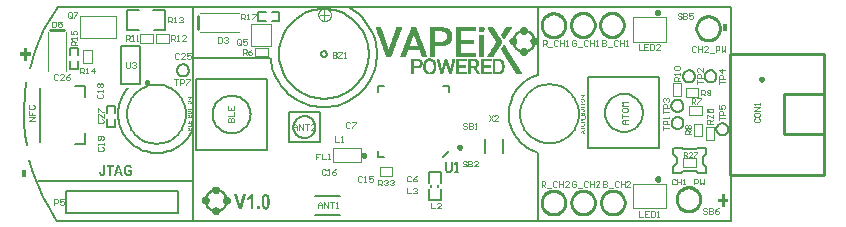
<source format=gto>
%FSTAX23Y23*%
%MOIN*%
%SFA1B1*%

%IPPOS*%
%ADD10C,0.006000*%
%ADD45C,0.010000*%
%ADD46C,0.005900*%
%ADD47C,0.007900*%
%ADD48C,0.011800*%
%ADD97C,0.009800*%
%ADD98C,0.003900*%
%ADD99C,0.001000*%
%ADD100C,0.007000*%
%LNvapeix_mini_pcb-1*%
%LPD*%
G36*
X02619Y03317D02*
X02619D01*
X02619*
X02619Y03317*
X0262Y03317*
X0262Y03317*
X02621Y03317*
X02621Y03316*
X02621*
X02621Y03316*
X02621Y03316*
X02622Y03316*
X02622Y03316*
X02622Y03315*
X02622Y03315*
X02622Y03315*
Y03315*
Y03314*
Y03314*
X02623Y03314*
Y03314*
Y03314*
Y03314*
Y03313*
Y03313*
Y03313*
X02623Y03312*
Y03312*
Y03311*
Y03307*
X02608*
Y03312*
Y03312*
Y03312*
Y03312*
Y03312*
Y03313*
X02608Y03313*
Y03314*
X02608Y03314*
X02608Y03314*
Y03315*
X02608Y03315*
Y03315*
X02608Y03315*
X02608Y03315*
X02609Y03315*
X02609Y03315*
X02609Y03316*
X02609Y03316*
X0261Y03316*
X0261Y03316*
X0261*
X0261Y03316*
X0261Y03317*
X02611*
X02611Y03317*
X02612*
X02612*
X02612*
X02612*
X02613Y03317*
X02613Y03316*
X02613Y03316*
X02614Y03316*
Y03316*
X02614*
X02614Y03316*
X02614Y03316*
X02614Y03316*
X02614Y03315*
X02615Y03315*
X02615Y03315*
X02615Y03315*
Y03315*
X02615Y03315*
X02615Y03316*
X02615Y03316*
X02615Y03316*
X02616Y03316*
X02616Y03317*
X02616*
X02616Y03317*
X02616Y03317*
X02617Y03317*
X02617Y03317*
X02617Y03317*
X02618Y03317*
X02618*
X02618*
X02619*
G37*
G36*
X02623Y03319D02*
X02608D01*
Y03322*
X0262*
Y03328*
X02623*
Y03319*
G37*
G36*
X02333Y0317D02*
Y0317D01*
Y0317*
Y03169*
Y03169*
Y03169*
Y03168*
X02333Y03167*
Y03167*
X02333Y03165*
X02333Y03164*
X02333Y03163*
X02332Y03162*
X02332Y03162*
Y03161*
X02332*
X02332Y03161*
X02332Y03161*
X02331Y0316*
X02331Y03159*
X0233Y03159*
X0233Y03158*
X02329Y03157*
X02329Y03157*
X02328Y03157*
X02328Y03157*
X02327Y03157*
X02326Y03156*
X02326Y03156*
X02324Y03156*
X02323Y03156*
X02323*
X02323Y03156*
X02322*
X02322Y03156*
X02321Y03156*
X0232Y03157*
X02319Y03157*
X02318Y03157*
X02317Y03158*
X02317Y03158*
X02316Y03159*
Y03159*
X02316Y03159*
X02316Y03159*
X02316Y03159*
X02316Y0316*
X02316Y0316*
X02315Y03161*
X02315Y03161*
X02315Y03162*
X02315Y03162*
X02315Y03163*
X02314Y03164*
X02314Y03165*
X02314Y03166*
X02314Y03167*
X02314Y03168*
X0232Y03169*
Y03169*
Y03169*
Y03168*
Y03168*
X0232Y03168*
Y03167*
X0232Y03166*
X0232Y03165*
X0232Y03165*
X02321Y03164*
Y03164*
X02321Y03164*
X02321Y03164*
X02321Y03163*
X02322Y03163*
X02322Y03163*
X02323Y03162*
X02323Y03162*
X02324*
X02324Y03162*
X02325Y03162*
X02325Y03163*
X02326Y03163*
X02326Y03163*
X02326Y03164*
Y03164*
X02327Y03164*
X02327Y03164*
X02327Y03165*
Y03165*
X02327Y03166*
X02327Y03166*
X02327Y03167*
Y03167*
X02327Y03168*
Y03169*
Y0317*
Y03193*
X02333*
Y0317*
G37*
G36*
X02411Y03194D02*
X02412Y03194D01*
X02412*
X02413Y03194*
X02413Y03194*
X02415Y03193*
X02416Y03193*
X02417Y03192*
X02418Y03192*
X02418Y03192*
X02419Y03191*
X02419*
X02419Y03191*
X02419Y03191*
X02419Y03191*
X0242Y0319*
X0242Y0319*
X0242Y0319*
X02421Y03189*
X02421Y03189*
X02421Y03188*
X02422Y03187*
X02422Y03187*
X02422Y03186*
X02423Y03185*
X02423Y03184*
X02423Y03183*
X02417Y03182*
Y03182*
X02417Y03182*
X02417Y03183*
X02416Y03183*
X02416Y03184*
X02416Y03185*
X02415Y03185*
X02415Y03186*
Y03186*
X02414Y03186*
X02414Y03187*
X02413Y03187*
X02413Y03187*
X02412Y03187*
X02411Y03188*
X0241*
X0241*
X0241*
X02409Y03187*
X02409*
X02408Y03187*
X02407Y03187*
X02406Y03186*
X02405Y03186*
X02405Y03186*
X02404Y03185*
X02404Y03185*
Y03184*
X02404Y03184*
X02404Y03184*
X02404Y03184*
X02403Y03184*
X02403Y03183*
X02403Y03183*
X02403Y03182*
X02403Y03182*
X02402Y03181*
X02402Y0318*
X02402Y03179*
X02402Y03178*
X02402Y03177*
X02402Y03176*
Y03175*
Y03175*
Y03175*
Y03175*
Y03174*
Y03174*
X02402Y03173*
X02402Y03172*
X02402Y03172*
X02402Y0317*
X02403Y03168*
X02403Y03167*
X02404Y03166*
X02404Y03165*
X02404*
Y03165*
X02405Y03165*
X02405Y03164*
X02406Y03164*
X02407Y03163*
X02408Y03163*
X02409Y03162*
X02409*
X0241Y03162*
X02411*
X02411Y03162*
X02411*
X02412Y03162*
X02412Y03163*
X02413Y03163*
X02414Y03163*
X02414Y03163*
X02414Y03163*
X02415Y03163*
X02415Y03164*
X02416Y03164*
X02416Y03164*
X02417Y03165*
X02417Y03165*
Y0317*
X0241*
Y03176*
X02424*
Y03162*
X02423Y03161*
X02423Y03161*
X02423Y03161*
X02422Y0316*
X02421Y0316*
X0242Y03159*
X02419Y03158*
X02418Y03157*
X02418*
X02418*
X02417Y03157*
X02417Y03157*
X02417Y03157*
X02416Y03157*
X02416Y03157*
X02414Y03156*
X02413Y03156*
X02412Y03156*
X02411Y03156*
X0241*
X0241Y03156*
X02409*
X02409*
X02408Y03156*
X02408Y03156*
X02407Y03156*
X02405Y03157*
X02404Y03157*
X02403Y03158*
X02403Y03158*
X02402*
X02402Y03158*
X02402Y03158*
X02401Y03159*
X02401Y0316*
X024Y03161*
X02399Y03162*
X02398Y03163*
X02397Y03165*
Y03165*
X02397Y03165*
X02397Y03165*
X02397Y03165*
X02397Y03166*
X02397Y03166*
X02396Y03167*
X02396Y03168*
X02396Y03168*
X02396Y03169*
X02396Y0317*
X02396Y03171*
X02395Y03173*
X02395Y03175*
Y03175*
Y03176*
X02395Y03176*
Y03176*
Y03177*
X02395Y03178*
X02395Y03179*
X02396Y0318*
X02396Y03182*
X02397Y03184*
X02397Y03185*
Y03185*
X02397Y03186*
X02397Y03186*
X02398Y03186*
X02398Y03186*
X02398Y03187*
X02399Y03188*
X02399Y03189*
X024Y0319*
X02401Y03191*
X02402Y03192*
X02403*
X02403Y03192*
X02403Y03192*
X02403Y03192*
X02403Y03192*
X02404Y03192*
X02404Y03193*
X02405Y03193*
X02406Y03193*
X02407Y03194*
X02409Y03194*
X0241Y03194*
X02411*
X02411*
G37*
G36*
X02623Y0333D02*
X02608D01*
Y03339*
X0261*
Y03332*
X02614*
Y03338*
X02616*
Y03332*
X0262*
Y03339*
X02623*
Y0333*
G37*
G36*
X02617Y03372D02*
X02617D01*
X02617Y03372*
X02618*
X02619Y03372*
X02619*
X02619*
X0262Y03372*
X0262Y03372*
X0262*
X0262*
X0262Y03372*
X02621Y03371*
X02621Y03371*
X02621Y03371*
X02622Y03371*
X02622Y0337*
X02622Y0337*
Y0337*
X02622Y0337*
X02622Y0337*
Y0337*
X02622Y0337*
X02623Y03369*
X02623Y03369*
X02623Y03368*
Y03367*
Y03367*
Y03367*
Y03367*
Y03367*
Y03367*
X02623Y03366*
X02623Y03366*
X02623Y03365*
X02622Y03365*
X02622Y03364*
X02622Y03364*
X02622Y03364*
X02622Y03364*
X02621Y03364*
X02621Y03363*
X02621Y03363*
X0262Y03363*
X0262Y03363*
X0262*
X0262*
X0262Y03363*
X02619*
X02619*
X02619Y03363*
X02619*
X02618Y03363*
X02618*
X02617*
X02617Y03362*
X02616*
X02608*
Y03365*
X02616*
X02617*
X02617*
X02618*
X02618*
X02618*
X02618*
X02618*
X02618Y03365*
X02619*
X02619Y03365*
X02619Y03365*
X02619Y03365*
X0262Y03366*
X0262Y03366*
X0262Y03366*
X0262Y03366*
X0262Y03366*
X0262Y03366*
X0262Y03367*
Y03367*
X0262Y03367*
Y03367*
Y03368*
X0262Y03368*
Y03368*
Y03368*
X0262Y03368*
X0262Y03369*
X0262Y03369*
X0262Y03369*
X0262Y03369*
X0262Y03369*
X0262Y03369*
X02619Y03369*
X02619Y03369*
X02619Y03369*
X02619*
X02619Y0337*
X02619*
X02619*
X02618*
X02618*
X02618*
X02618Y0337*
X02618*
X02617*
X02617*
X02617*
X02608*
Y03372*
X02616*
X02617*
G37*
G36*
X0261Y0338D02*
X02623D01*
Y03377*
X0261*
Y03374*
X02608*
Y03383*
X0261*
Y0338*
G37*
G36*
X02625Y0334D02*
X02624D01*
Y03349*
X02625*
Y0334*
G37*
G36*
X02619Y0336D02*
X02619D01*
X02619Y0336*
X02619*
X0262Y0336*
X0262Y0336*
X02621Y0336*
X02621Y0336*
X02621*
X02621Y0336*
X02621Y03359*
X02622Y03359*
X02622Y03359*
X02622Y03359*
X02622Y03358*
X02622Y03358*
Y03358*
Y03358*
Y03358*
Y03357*
X02623Y03357*
Y03357*
Y03357*
Y03357*
Y03356*
Y03356*
Y03356*
X02623Y03355*
Y03355*
Y03354*
Y0335*
X02608*
Y03355*
Y03355*
Y03355*
Y03355*
Y03356*
Y03356*
X02608Y03356*
Y03357*
X02608Y03357*
X02608Y03358*
Y03358*
X02608Y03358*
X02608Y03358*
X02608Y03358*
X02609Y03358*
X02609Y03359*
X02609Y03359*
X02609Y03359*
X0261Y03359*
Y03359*
X0261*
X0261Y03359*
X0261Y0336*
X0261Y0336*
X02611Y0336*
X02611Y0336*
X02612*
X02612*
X02612*
X02612Y0336*
X02613*
X02613Y0336*
X02613Y0336*
X02614Y03359*
X02614Y03359*
X02614Y03359*
X02614Y03359*
X02614Y03359*
X02614Y03359*
X02615Y03358*
X02615Y03358*
X02615*
Y03358*
X02615Y03358*
X02615Y03359*
X02615Y03359*
X02615Y03359*
X02616Y0336*
X02616Y0336*
X02616*
X02616Y0336*
X02616Y0336*
X02617Y0336*
X02617Y0336*
X02617Y0336*
X02618Y0336*
X02618*
X02618*
X02619*
G37*
G36*
X02393Y03156D02*
X02386D01*
X02384Y03165*
X02372*
X02369Y03156*
X02363*
X02374Y03193*
X02381*
X02393Y03156*
G37*
G36*
X02069Y03153D02*
X02057D01*
Y03176*
X02069*
Y03153*
G37*
G36*
X04405Y03641D02*
X04393D01*
Y03664*
X04405*
Y03641*
G37*
G36*
X02072Y03568D02*
X02085D01*
Y03557*
X02072*
Y03541*
X02063*
Y03557*
X0205*
Y03568*
X02063*
Y03584*
X02072*
Y03568*
G37*
G36*
X04398Y0308D02*
X04411D01*
Y03069*
X04398*
Y03053*
X04389*
Y03069*
X04376*
Y0308*
X04389*
Y03096*
X04398*
Y0308*
G37*
G36*
X02869Y03097D02*
X0287D01*
X02871Y03096*
X02872Y03096*
X02873Y03096*
X02874Y03095*
X02874Y03095*
X02875Y03094*
X02876Y03094*
X02877Y03093*
X02878Y03092*
X02878Y03091*
X02879*
Y03091*
X02879Y0309*
X02879Y0309*
X02879Y03089*
X0288Y03088*
X0288Y03087*
X0288Y03086*
X02881Y03085*
X02881Y03083*
X02881Y03082*
X02882Y0308*
X02882Y03078*
X02882Y03075*
Y03073*
X02882Y0307*
Y0307*
Y0307*
Y0307*
Y03069*
X02882Y03068*
Y03067*
X02882Y03065*
X02882Y03064*
X02882Y03062*
X02881Y03059*
X02881Y03056*
X0288Y03054*
X0288Y03052*
X02879Y03051*
X02878Y0305*
X02878*
X02878Y0305*
X02878Y03049*
X02878Y03049*
X02877Y03049*
X02877Y03048*
X02876Y03047*
X02874Y03046*
X02873Y03045*
X02872Y03045*
X02871Y03044*
X0287Y03044*
X02868Y03044*
X02868*
X02868Y03044*
X02867*
X02867Y03044*
X02866Y03044*
X02865Y03045*
X02864Y03045*
X02863Y03045*
X02863Y03046*
X02862Y03047*
X02861Y03047*
X0286Y03048*
X02859Y03049*
X02858Y0305*
X02858*
Y0305*
X02858Y0305*
X02858Y03051*
X02858Y03052*
X02857Y03052*
X02857Y03053*
X02857Y03055*
X02856Y03056*
X02856Y03057*
X02856Y03059*
X02855Y03061*
X02855Y03063*
X02855Y03065*
X02855Y03068*
Y0307*
Y03071*
Y03071*
Y03071*
Y03071*
Y03072*
Y03073*
X02855Y03074*
X02855Y03075*
X02855Y03077*
X02855Y03078*
X02856Y03082*
X02856Y03085*
X02857Y03087*
X02857Y03088*
X02858Y0309*
X02858Y03091*
X02859Y03091*
X02859Y03091*
X02859Y03091*
X02859Y03092*
X0286Y03092*
X0286Y03093*
X02861Y03094*
X02863Y03095*
X02864Y03096*
X02865Y03096*
X02866Y03097*
X02867Y03097*
X02868Y03097*
X02869*
X02869Y03097*
G37*
G36*
X02788Y03045D02*
X02778D01*
X02763Y03097*
X02772*
X02783Y03058*
X02794Y03097*
X02803*
X02788Y03045*
G37*
G36*
X02362Y03187D02*
X02353D01*
Y03156*
X02347*
Y03187*
X02338*
Y03193*
X02362*
Y03187*
G37*
G36*
X02826Y03045D02*
X02818D01*
Y03082*
X02818Y03082*
X02818Y03082*
X02818Y03082*
X02817Y03081*
X02817Y03081*
X02816Y03081*
X02816Y0308*
X02815Y03079*
X02813Y03078*
X02812Y03077*
X0281Y03076*
X02807Y03075*
Y03084*
X02808*
Y03084*
X02808Y03084*
X02809Y03084*
X0281Y03085*
X02811Y03086*
X02812Y03086*
X02813Y03087*
X02814Y03089*
X02815Y03089*
X02815Y03089*
X02815Y03089*
X02816Y0309*
X02816Y03091*
X02817Y03092*
X02818Y03094*
X02819Y03095*
X0282Y03097*
X02826*
Y03045*
G37*
G36*
X02848D02*
X0284D01*
Y03055*
X02848*
Y03045*
G37*
G36*
X0261Y0339D02*
X02623D01*
Y03388*
X0261*
Y03384*
X02608*
Y03394*
X0261*
Y0339*
G37*
G36*
X0392Y03386D02*
X03933D01*
Y03384*
X0392*
Y0338*
X03918*
Y0339*
X0392*
Y03386*
G37*
G36*
X03926Y03331D02*
X03926D01*
X03927*
X03927Y03331*
X03927Y03331*
X03928*
X03928Y03331*
X03929Y03331*
X03929Y03331*
X0393Y03331*
X0393Y0333*
X03931Y0333*
X03931Y0333*
X03931*
Y0333*
X03931Y03329*
X03931Y03329*
X03932Y03329*
X03932Y03329*
X03932Y03329*
X03932Y03328*
X03932Y03328*
X03932Y03328*
X03933Y03327*
X03933Y03327*
X03933Y03327*
X03933Y03326*
Y03326*
Y03326*
Y03325*
Y03325*
X03933Y03325*
Y03325*
X03933Y03324*
Y03324*
X03933Y03324*
X03932Y03323*
X03932Y03323*
X03932Y03323*
X03932Y03322*
X03932Y03322*
X03931Y03322*
X03931Y03322*
Y03321*
X03931*
X03931Y03321*
X03931Y03321*
X0393Y03321*
X0393Y03321*
X0393Y03321*
X0393Y03321*
X03929Y0332*
X03929Y0332*
X03928Y0332*
X03928Y0332*
X03927Y0332*
X03927Y0332*
X03926*
X03925Y0332*
X03925*
X03925Y0332*
X03925*
X03924*
X03924*
X03924*
X03923Y0332*
X03922Y0332*
X03922Y0332*
X03921Y0332*
X03921Y03321*
X03921*
X03921Y03321*
X03921Y03321*
X03921*
X0392Y03321*
X0392Y03321*
X0392Y03321*
X03919Y03322*
X03919Y03322*
X03918Y03323*
Y03323*
X03918Y03323*
X03918Y03323*
Y03323*
X03918Y03323*
X03918Y03323*
X03918Y03324*
X03918Y03324*
X03918Y03325*
Y03326*
Y03326*
Y03326*
Y03326*
X03918Y03326*
Y03327*
X03918Y03327*
Y03327*
X03918Y03327*
X03918Y03328*
X03918Y03328*
X03918Y03329*
X03919Y03329*
X03919Y03329*
X03919Y0333*
X0392Y0333*
Y0333*
X0392*
X0392Y0333*
X0392Y0333*
X0392Y0333*
X0392Y0333*
X03921Y03331*
X03921Y03331*
X03921Y03331*
X03922Y03331*
X03922Y03331*
X03923Y03331*
X03923Y03331*
X03924Y03331*
X03925*
X03925Y03332*
X03926*
X03926Y03331*
G37*
G36*
X0392Y03315D02*
X03933D01*
Y03313*
X0392*
Y03309*
X03918*
Y03319*
X0392*
Y03315*
G37*
G36*
X03927Y03379D02*
X03927D01*
X03927*
X03928*
X03929Y03379*
X03929*
X03929Y03378*
X0393*
X0393Y03378*
X0393*
X0393*
X0393Y03378*
X03931Y03378*
X03931Y03378*
X03931Y03378*
X03932Y03377*
X03932Y03377*
X03932Y03377*
Y03377*
X03932Y03377*
X03932Y03377*
Y03376*
X03932Y03376*
X03933Y03376*
X03933Y03375*
X03933Y03375*
Y03374*
Y03374*
Y03374*
Y03374*
Y03374*
Y03373*
X03933Y03373*
X03933Y03372*
X03933Y03372*
X03932Y03371*
X03932Y03371*
X03932Y03371*
X03932Y03371*
X03932Y0337*
X03931Y0337*
X03931Y0337*
X03931Y0337*
X0393Y0337*
Y03369*
X0393*
X0393*
X0393*
X0393Y03369*
X03929*
X03929Y03369*
X03929*
X03929*
X03928Y03369*
X03928*
X03927Y03369*
X03927*
X03926*
X03918*
Y03371*
X03926*
X03927Y03372*
X03927*
X03928*
X03928*
X03928*
X03928*
X03928*
X03928Y03372*
X03929*
X03929Y03372*
X03929Y03372*
X03929Y03372*
X0393Y03372*
X0393Y03372*
X0393Y03372*
X0393Y03373*
X0393Y03373*
X0393Y03373*
X0393Y03373*
Y03374*
X0393Y03374*
Y03374*
Y03374*
X0393Y03374*
Y03374*
Y03375*
X0393Y03375*
X0393Y03375*
X0393Y03375*
X0393Y03375*
X0393Y03376*
X0393Y03376*
X0393Y03376*
X03929Y03376*
X03929Y03376*
X03929Y03376*
X03929*
X03929*
X03929*
X03929Y03376*
X03928*
X03928*
X03928*
X03928Y03376*
X03928*
X03927*
X03927*
X03927*
X03918*
Y03379*
X03926*
X03927Y03379*
G37*
G36*
X03935Y03346D02*
X03934D01*
Y03356*
X03935*
Y03346*
G37*
G36*
X03933Y03343D02*
X03921D01*
X03933Y0334*
Y03338*
X03921Y03336*
X03933*
Y03333*
X03918*
Y03337*
X03928Y03339*
X03918Y03341*
Y03345*
X03933*
Y03343*
G37*
G36*
X03929Y03367D02*
X03929D01*
X03929Y03367*
X03929*
X0393Y03367*
X0393Y03367*
X03931Y03367*
X03931Y03366*
X03931*
X03931Y03366*
X03931Y03366*
X03932Y03366*
X03932Y03365*
X03932Y03365*
X03932Y03365*
X03932Y03364*
Y03364*
Y03364*
Y03364*
Y03364*
X03933Y03364*
Y03364*
Y03363*
Y03363*
Y03363*
Y03363*
Y03362*
X03933Y03362*
Y03361*
Y03361*
Y03357*
X03918*
Y03362*
Y03362*
Y03362*
Y03362*
Y03362*
Y03362*
X03918Y03363*
Y03363*
X03918Y03364*
X03918Y03364*
Y03364*
X03918Y03365*
X03918Y03365*
X03918Y03365*
X03919Y03365*
X03919Y03365*
X03919Y03365*
X03919Y03366*
X0392Y03366*
X0392Y03366*
X0392Y03366*
X0392Y03366*
X0392Y03366*
X03921Y03366*
X03921Y03366*
X03922*
X03922*
X03922*
X03922Y03366*
X03923*
X03923Y03366*
X03923Y03366*
X03924Y03366*
X03924Y03366*
X03924Y03366*
X03924Y03366*
X03924Y03365*
X03924Y03365*
X03925Y03365*
X03925Y03365*
X03925*
Y03365*
X03925Y03365*
X03925Y03365*
X03925Y03366*
X03925Y03366*
X03926Y03366*
X03926Y03366*
X03926*
X03926Y03367*
X03926Y03367*
X03927Y03367*
X03927Y03367*
X03927Y03367*
X03928Y03367*
X03928*
X03928*
X03929*
G37*
G36*
X02623Y03416D02*
X02613Y03411D01*
X02623*
Y03409*
X02608*
Y03411*
X02618Y03416*
X02608*
Y03418*
X02623*
Y03416*
G37*
G36*
X03933Y03422D02*
X03923Y03417D01*
X03933*
Y03415*
X03918*
Y03417*
X03928Y03422*
X03918*
Y03425*
X03933*
Y03422*
G37*
G36*
X02616Y03407D02*
X02616D01*
X02617Y03406*
X02617Y03406*
X02617*
X02618Y03406*
X02618Y03406*
X02619Y03406*
X02619Y03406*
X0262Y03406*
X0262Y03405*
X02621Y03405*
X02621Y03405*
Y03405*
X02621*
Y03405*
X02621Y03405*
X02621Y03404*
X02622Y03404*
X02622Y03404*
X02622Y03404*
X02622Y03403*
X02622Y03403*
X02622Y03403*
X02623Y03402*
X02623Y03402*
X02623Y03402*
X02623Y03401*
Y03401*
Y03401*
Y034*
Y034*
X02623Y034*
Y034*
X02623Y03399*
Y03399*
X02623Y03399*
X02622Y03399*
X02622Y03398*
X02622Y03398*
X02622Y03397*
X02622Y03397*
X02621Y03397*
X02621Y03397*
X02621Y03396*
X02621Y03396*
X02621Y03396*
X0262Y03396*
X0262Y03396*
X0262Y03396*
X0262Y03396*
X02619Y03396*
X02619Y03395*
X02618Y03395*
X02618Y03395*
X02617Y03395*
X02617Y03395*
X02616*
X02615*
X02615*
X02615*
X02615*
X02614*
X02614*
X02614Y03395*
X02613Y03395*
X02612Y03395*
X02612Y03395*
X02611Y03395*
X02611Y03396*
X02611*
Y03396*
X02611*
X02611Y03396*
X02611Y03396*
X0261*
X0261Y03396*
X0261Y03396*
X02609Y03397*
X02609Y03397*
X02608Y03398*
X02608Y03398*
Y03398*
X02608Y03398*
Y03398*
X02608Y03398*
X02608Y03398*
X02608Y03399*
X02608Y03399*
X02608Y034*
Y03401*
Y03401*
Y03401*
Y03401*
X02608Y03401*
Y03402*
X02608Y03402*
Y03402*
X02608Y03403*
X02608Y03403*
X02608Y03403*
X02608Y03404*
X02609Y03404*
X02609Y03404*
X02609Y03405*
X0261Y03405*
X0261*
X0261Y03405*
X0261Y03405*
X0261Y03405*
X0261Y03405*
X02611Y03406*
X02611Y03406*
X02611Y03406*
X02612Y03406*
X02612Y03406*
X02613Y03406*
X02613Y03406*
X02614Y03406*
X02615Y03407*
X02615*
X02616*
X02616*
G37*
G36*
X0392Y03397D02*
X03933D01*
Y03394*
X0392*
Y03391*
X03918*
Y034*
X0392*
Y03397*
G37*
G36*
X03933Y03306D02*
X03929Y03305D01*
Y033*
X03933Y03299*
Y03297*
X03918Y03301*
Y03304*
X03933Y03309*
Y03306*
G37*
G36*
X03926Y03413D02*
X03926Y03413D01*
X03927*
X03927Y03413*
X03927*
X03928Y03413*
X03928Y03413*
X03929Y03413*
X03929Y03412*
X0393Y03412*
X0393Y03412*
X03931Y03412*
X03931Y03411*
X03931*
Y03411*
X03931Y03411*
X03931Y03411*
X03932Y03411*
X03932Y03411*
X03932Y0341*
X03932Y0341*
X03932Y0341*
X03932Y03409*
X03933Y03409*
X03933Y03409*
X03933Y03408*
X03933Y03408*
Y03407*
Y03407*
Y03407*
Y03407*
X03933Y03407*
Y03406*
X03933Y03406*
Y03406*
X03933Y03405*
X03932Y03405*
X03932Y03405*
X03932Y03404*
X03932Y03404*
X03932Y03404*
X03931Y03403*
X03931Y03403*
X03931Y03403*
X03931Y03403*
X03931Y03403*
X0393Y03403*
X0393Y03403*
X0393Y03402*
X0393Y03402*
X03929Y03402*
X03929Y03402*
X03928Y03402*
X03928Y03402*
X03927Y03402*
X03927Y03401*
X03926*
X03925*
X03925*
X03925*
X03925*
X03924*
X03924*
X03924*
X03923Y03402*
X03922Y03402*
X03922Y03402*
X03921Y03402*
X03921Y03402*
X03921*
Y03402*
X03921*
X03921Y03402*
X03921*
X0392Y03402*
X0392Y03403*
X0392Y03403*
X03919Y03403*
X03919Y03404*
X03918Y03404*
Y03404*
X03918Y03404*
Y03404*
X03918Y03405*
Y03405*
X03918Y03405*
X03918Y03405*
X03918Y03406*
X03918Y03406*
X03918Y03407*
Y03407*
Y03407*
Y03408*
Y03408*
X03918Y03408*
Y03408*
X03918Y03408*
Y03409*
X03918Y03409*
X03918Y03409*
X03918Y0341*
X03918Y0341*
X03919Y0341*
X03919Y03411*
X03919Y03411*
X0392Y03412*
X0392*
X0392Y03412*
X0392Y03412*
X0392Y03412*
X0392Y03412*
X03921Y03412*
X03921Y03412*
X03921Y03412*
X03922Y03413*
X03922Y03413*
X03923Y03413*
X03923Y03413*
X03924Y03413*
X03925Y03413*
X03925*
X03926*
X03926*
G37*
%LNvapeix_mini_pcb-2*%
%LPC*%
G36*
X02618Y03315D02*
X02618D01*
X02618*
X02618*
X02618Y03315*
X02617*
X02617Y03315*
X02617Y03314*
Y03314*
X02617*
X02617Y03314*
X02617*
X02617Y03314*
X02617Y03314*
X02616Y03314*
X02616Y03314*
Y03314*
Y03313*
X02616Y03313*
Y03313*
Y03313*
Y03312*
X02616Y03312*
Y03312*
Y03312*
Y0331*
X0262*
Y03312*
Y03312*
Y03312*
Y03312*
Y03313*
X0262Y03313*
Y03313*
Y03314*
X0262Y03314*
Y03314*
Y03314*
X0262Y03314*
X0262Y03314*
X0262Y03314*
X0262Y03314*
X02619Y03314*
X02619*
X02619Y03315*
X02619*
X02619Y03315*
X02619Y03315*
X02618*
X02618*
G37*
G36*
X02612Y03314D02*
X02612D01*
X02612Y03314*
X02612*
X02611Y03314*
X02611*
X02611Y03314*
Y03314*
X02611Y03314*
X02611*
X02611Y03314*
X0261Y03313*
Y03313*
Y03313*
Y03313*
Y03313*
X0261Y03313*
Y03313*
Y03313*
Y03312*
Y03312*
Y03312*
Y03312*
Y03311*
Y03311*
Y0331*
X02614*
Y03311*
Y03311*
Y03311*
Y03311*
Y03312*
Y03312*
X02614Y03312*
Y03313*
Y03313*
Y03313*
Y03313*
Y03313*
X02614Y03313*
Y03313*
X02613Y03314*
X02613Y03314*
X02613Y03314*
X02613Y03314*
X02613*
X02613Y03314*
X02613Y03314*
X02612*
X02612*
X02612Y03314*
G37*
G36*
Y03357D02*
X02612D01*
X02612*
X02612*
X02611Y03357*
X02611Y03357*
X02611Y03357*
X02611Y03357*
X02611Y03357*
X02611Y03357*
X0261Y03357*
Y03356*
Y03356*
Y03356*
Y03356*
X0261Y03356*
Y03356*
Y03356*
Y03356*
Y03355*
Y03355*
Y03355*
Y03354*
Y03354*
Y03353*
X02614*
Y03354*
Y03354*
Y03355*
Y03355*
Y03355*
X02614Y03355*
Y03356*
Y03356*
Y03356*
Y03356*
Y03356*
Y03356*
X02614Y03356*
Y03357*
X02613Y03357*
X02613Y03357*
X02613Y03357*
X02613*
X02613Y03357*
X02613Y03357*
X02613*
X02612Y03357*
X02612*
X02612*
G37*
G36*
X02618Y03358D02*
X02618D01*
X02618Y03358*
X02618*
X02618*
X02617Y03358*
X02617Y03358*
X02617Y03358*
X02617*
X02617Y03357*
X02617Y03357*
X02617Y03357*
X02617Y03357*
X02616Y03357*
X02616Y03357*
Y03357*
Y03357*
X02616Y03356*
Y03356*
Y03356*
Y03355*
X02616Y03355*
Y03355*
Y03355*
Y03353*
X0262*
Y03355*
Y03355*
Y03355*
Y03355*
Y03355*
Y03356*
X0262Y03356*
Y03356*
Y03357*
X0262Y03357*
Y03357*
Y03357*
Y03357*
X0262Y03357*
X0262Y03357*
X0262Y03357*
X0262Y03357*
X02619Y03358*
X02619*
X02619*
X02619Y03358*
X02619Y03358*
X02619*
X02618*
X02618Y03358*
G37*
G36*
X02378Y03185D02*
X02374Y03171D01*
X02382*
X02378Y03185*
G37*
G36*
X02868Y03089D02*
D01*
X02868Y03088*
X02868Y03088*
X02867Y03088*
X02867Y03088*
X02866Y03087*
X02865Y03086*
X02865Y03085*
X02865Y03085*
Y03085*
X02864Y03085*
X02864Y03084*
X02864Y03084*
X02864Y03083*
X02864Y03082*
X02864Y03081*
X02864Y0308*
X02864Y03079*
Y03078*
X02863Y03076*
X02863Y03074*
X02863Y03073*
Y0307*
Y0307*
Y0307*
Y03069*
Y03068*
X02863Y03068*
Y03066*
X02863Y03065*
Y03064*
X02864Y03062*
X02864Y0306*
X02864Y03059*
X02864Y03058*
X02864Y03057*
X02864Y03056*
X02865Y03055*
X02865Y03055*
X02865Y03055*
X02865Y03054*
X02866Y03054*
X02866Y03053*
X02867Y03053*
X02868Y03052*
X02868Y03052*
X02869*
X02869Y03052*
X02869*
X0287Y03053*
X0287Y03053*
X02871Y03054*
X02872Y03054*
X02872Y03055*
Y03056*
X02872Y03056*
Y03056*
X02872Y03056*
X02873Y03057*
X02873Y03057*
X02873Y03058*
X02873Y03059*
Y03059*
X02873Y03061*
X02873Y03062*
X02873Y03063*
X02874Y03065*
X02874Y03066*
Y03068*
Y0307*
Y03071*
Y03071*
Y03072*
Y03072*
Y03073*
Y03074*
X02874Y03075*
Y03077*
X02873Y03079*
X02873Y0308*
X02873Y03082*
X02873Y03083*
X02873Y03084*
X02872Y03085*
X02872Y03085*
X02872Y03085*
X02872Y03086*
X02872Y03086*
X02871Y03087*
X02871Y03088*
X0287Y03088*
X02869Y03088*
X02868Y03089*
G37*
G36*
X03926Y03329D02*
X03925D01*
X03925*
X03925*
X03924*
X03924*
X03924Y03329*
X03923Y03329*
X03923Y03329*
X03922Y03328*
X03922Y03328*
X03921Y03328*
X03921*
Y03328*
X03921Y03328*
X03921Y03328*
X03921Y03327*
X03921Y03327*
X0392Y03327*
X0392Y03326*
Y03326*
Y03326*
X0392Y03326*
Y03326*
Y03325*
X0392*
Y03325*
Y03325*
X0392Y03325*
X0392Y03324*
X03921Y03324*
X03921Y03324*
X03921Y03324*
X03921Y03324*
X03921Y03323*
X03921Y03323*
Y03323*
X03922*
X03922Y03323*
X03922*
X03922Y03323*
X03922Y03323*
X03922Y03323*
X03923Y03323*
X03923*
X03923Y03323*
X03924Y03322*
X03924*
X03924Y03322*
X03925*
X03925*
X03925*
X03926*
X03926*
X03926*
X03926Y03322*
X03927*
X03927Y03323*
X03928Y03323*
X03929Y03323*
X03929Y03323*
X03929Y03323*
Y03323*
X03929*
X03929Y03323*
X03929Y03324*
X0393Y03324*
X0393Y03324*
X0393Y03325*
Y03325*
X0393Y03325*
Y03325*
X0393Y03326*
Y03326*
X0393Y03326*
Y03326*
Y03326*
X0393Y03326*
X0393Y03327*
X0393Y03327*
X0393Y03327*
X0393Y03327*
X03929Y03328*
X03929Y03328*
X03929Y03328*
X03929*
Y03328*
X03929*
X03929Y03328*
X03929Y03328*
X03928Y03328*
X03928Y03329*
X03928*
X03928Y03329*
X03927Y03329*
X03927Y03329*
X03927Y03329*
X03926*
X03926*
G37*
G36*
X03928Y03365D02*
X03928D01*
X03928Y03364*
X03928*
X03928*
X03927Y03364*
X03927Y03364*
X03927Y03364*
X03927*
X03927Y03364*
X03927Y03364*
X03927Y03364*
X03927Y03364*
X03926Y03364*
X03926Y03363*
Y03363*
Y03363*
X03926Y03363*
Y03363*
Y03362*
Y03362*
X03926Y03362*
Y03362*
Y03361*
Y03359*
X0393*
Y03362*
Y03362*
Y03362*
Y03362*
Y03362*
Y03362*
X0393Y03363*
Y03363*
Y03363*
X0393Y03363*
Y03363*
Y03364*
Y03364*
X0393Y03364*
X0393Y03364*
X0393Y03364*
X0393Y03364*
X03929Y03364*
Y03364*
X03929*
X03929*
X03929Y03364*
X03929Y03364*
X03929*
X03928*
X03928Y03365*
G37*
G36*
X03922Y03364D02*
X03922D01*
X03922*
X03922*
X03921Y03364*
X03921Y03364*
X03921Y03364*
X03921Y03364*
X03921Y03364*
X03921Y03363*
X0392Y03363*
Y03363*
Y03363*
Y03363*
Y03363*
X0392Y03363*
Y03362*
Y03362*
Y03362*
Y03362*
Y03362*
Y03361*
Y03361*
Y03361*
Y03359*
X03924*
Y03361*
Y03361*
Y03361*
Y03361*
Y03362*
X03924Y03362*
Y03362*
Y03363*
Y03363*
Y03363*
Y03363*
Y03363*
X03924Y03363*
Y03363*
X03923Y03363*
X03923Y03364*
X03923Y03364*
Y03364*
X03923*
X03923Y03364*
X03923*
X03923Y03364*
X03922*
X03922Y03364*
X03922*
G37*
G36*
X02616Y03404D02*
X02615D01*
X02615Y03404*
X02615*
X02614*
X02614*
X02614*
X02613Y03404*
X02613Y03404*
X02612Y03403*
X02612Y03403*
X02611Y03403*
X02611*
Y03403*
X02611*
X02611Y03403*
X02611Y03402*
X02611Y03402*
X0261Y03402*
X0261Y03401*
Y03401*
Y03401*
X0261Y03401*
Y03401*
X0261Y034*
Y034*
Y034*
X0261Y034*
X0261Y03399*
X02611Y03399*
X02611Y03399*
X02611Y03399*
X02611Y03399*
X02611Y03398*
X02611Y03398*
X02612Y03398*
X02612*
X02612Y03398*
X02612Y03398*
X02612Y03398*
X02612*
X02613Y03398*
X02613Y03398*
X02613Y03398*
X02614Y03397*
X02614*
X02614Y03397*
X02615*
X02615*
X02615*
X02616*
X02616*
X02616*
X02616Y03397*
X02617*
X02617Y03398*
X02618Y03398*
X02619Y03398*
X02619Y03398*
X02619Y03398*
X02619Y03398*
X02619*
X02619Y03399*
X0262Y03399*
X0262Y03399*
X0262Y034*
Y034*
X0262Y034*
Y034*
X0262Y03401*
Y03401*
Y03401*
X0262Y03401*
Y03401*
Y03401*
X0262Y03402*
X0262Y03402*
X0262Y03402*
X0262Y03402*
X0262Y03402*
X02619Y03403*
X02619Y03403*
X02619Y03403*
X02619Y03403*
X02619Y03403*
X02619*
X02619Y03403*
X02618Y03403*
X02618Y03404*
X02618Y03404*
X02618Y03404*
X02617*
X02617Y03404*
X02617Y03404*
X02616*
X02616Y03404*
G37*
G36*
X03927Y03304D02*
X03921Y03303D01*
X03927Y03301*
Y03304*
G37*
G36*
X03926Y03411D02*
X03925D01*
X03925Y03411*
X03925*
X03924*
X03924*
X03924Y0341*
X03923Y0341*
X03923Y0341*
X03922Y0341*
X03922Y0341*
X03921Y0341*
X03921*
Y0341*
X03921Y03409*
X03921Y03409*
X03921Y03409*
X03921Y03409*
X0392Y03408*
X0392Y03408*
Y03408*
Y03408*
X0392Y03407*
Y03407*
X0392Y03407*
Y03407*
Y03407*
X0392Y03406*
X0392Y03406*
X03921Y03406*
X03921Y03406*
X03921Y03405*
X03921Y03405*
X03921Y03405*
X03921Y03405*
X03922Y03405*
X03922Y03405*
X03922*
X03922Y03405*
X03922Y03404*
X03922Y03404*
X03923*
X03923Y03404*
X03923Y03404*
X03924Y03404*
X03924*
X03924Y03404*
X03925*
X03925*
X03925*
X03926*
X03926*
X03926*
X03926Y03404*
X03927*
X03927Y03404*
X03928Y03404*
X03929Y03405*
X03929Y03405*
X03929Y03405*
Y03405*
X03929Y03405*
X03929*
X03929Y03405*
X0393Y03406*
X0393Y03406*
X0393Y03406*
Y03407*
X0393Y03407*
Y03407*
X0393Y03407*
Y03407*
Y03407*
X0393Y03408*
Y03408*
Y03408*
X0393Y03408*
X0393Y03408*
X0393Y03409*
X0393Y03409*
X0393Y03409*
X03929Y03409*
X03929Y03409*
X03929Y0341*
X03929*
Y0341*
X03929Y0341*
X03929*
X03929Y0341*
X03928Y0341*
X03928Y0341*
X03928Y0341*
X03928Y0341*
X03927*
X03927Y0341*
X03927Y03411*
X03926*
X03926Y03411*
G37*
%LNvapeix_mini_pcb-3*%
%LPD*%
G54D10*
X02818Y03362D02*
D01*
X02817Y03366*
X02817Y0337*
X02816Y03375*
X02815Y03379*
X02814Y03383*
X02812Y03387*
X0281Y03391*
X02808Y03395*
X02805Y03399*
X02803Y03402*
X028Y03405*
X02797Y03408*
X02793Y03411*
X0279Y03414*
X02786Y03416*
X02782Y03418*
X02778Y0342*
X02774Y03421*
X0277Y03423*
X02765Y03424*
X02761Y03424*
X02757Y03424*
X02752*
X02748Y03424*
X02744Y03424*
X02739Y03423*
X02735Y03421*
X02731Y0342*
X02727Y03418*
X02723Y03416*
X02719Y03414*
X02716Y03411*
X02712Y03408*
X02709Y03405*
X02706Y03402*
X02704Y03399*
X02701Y03395*
X02699Y03391*
X02697Y03387*
X02695Y03383*
X02694Y03379*
X02693Y03375*
X02692Y0337*
X02692Y03366*
X02692Y03362*
X02692Y03357*
X02692Y03353*
X02693Y03348*
X02694Y03344*
X02695Y0334*
X02697Y03336*
X02699Y03332*
X02701Y03328*
X02704Y03324*
X02706Y03321*
X02709Y03318*
X02712Y03315*
X02716Y03312*
X02719Y03309*
X02723Y03307*
X02727Y03305*
X02731Y03303*
X02735Y03302*
X02739Y033*
X02744Y03299*
X02748Y03299*
X02752Y03299*
X02757*
X02761Y03299*
X02765Y03299*
X0277Y033*
X02774Y03302*
X02778Y03303*
X02782Y03305*
X02786Y03307*
X0279Y03309*
X02793Y03312*
X02797Y03315*
X028Y03318*
X02803Y03321*
X02805Y03324*
X02808Y03328*
X0281Y03332*
X02812Y03336*
X02814Y0334*
X02815Y03344*
X02816Y03348*
X02817Y03353*
X02817Y03357*
X02818Y03362*
X04126Y03367D02*
D01*
X04125Y03371*
X04125Y03375*
X04124Y0338*
X04123Y03384*
X04122Y03388*
X0412Y03392*
X04118Y03396*
X04116Y034*
X04113Y03404*
X04111Y03407*
X04108Y0341*
X04105Y03413*
X04101Y03416*
X04098Y03419*
X04094Y03421*
X0409Y03423*
X04086Y03425*
X04082Y03426*
X04078Y03428*
X04073Y03429*
X04069Y03429*
X04065Y03429*
X0406*
X04056Y03429*
X04052Y03429*
X04047Y03428*
X04043Y03426*
X04039Y03425*
X04035Y03423*
X04031Y03421*
X04027Y03419*
X04024Y03416*
X0402Y03413*
X04017Y0341*
X04014Y03407*
X04012Y03404*
X04009Y034*
X04007Y03396*
X04005Y03392*
X04003Y03388*
X04002Y03384*
X04001Y0338*
X04Y03375*
X04Y03371*
X04Y03367*
X04Y03362*
X04Y03358*
X04001Y03353*
X04002Y03349*
X04003Y03345*
X04005Y03341*
X04007Y03337*
X04009Y03333*
X04012Y03329*
X04014Y03326*
X04017Y03323*
X0402Y0332*
X04024Y03317*
X04027Y03314*
X04031Y03312*
X04035Y0331*
X04039Y03308*
X04043Y03307*
X04047Y03305*
X04052Y03304*
X04056Y03304*
X0406Y03304*
X04065*
X04069Y03304*
X04073Y03304*
X04078Y03305*
X04082Y03307*
X04086Y03308*
X0409Y0331*
X04094Y03312*
X04098Y03314*
X04101Y03317*
X04105Y0332*
X04108Y03323*
X04111Y03326*
X04113Y03329*
X04116Y03333*
X04118Y03337*
X0412Y03341*
X04122Y03345*
X04123Y03349*
X04124Y03353*
X04125Y03358*
X04125Y03362*
X04126Y03367*
X03452Y03132D02*
Y03169D01*
Y03076D02*
Y03113D01*
X03413Y03132D02*
Y03169D01*
Y03076D02*
Y03113D01*
Y03169D02*
X03452D01*
X03413Y03076D02*
X03452D01*
X02913Y03673D02*
Y03702D01*
X02844Y03673D02*
Y03702D01*
X02869*
X02888D02*
X02913D01*
X02844Y03673D02*
X02869D01*
X02888D02*
X02913D01*
X02636Y03243D02*
X02873D01*
X02636D02*
Y0348D01*
X02873*
Y03243D02*
Y0348D01*
X03944Y03248D02*
X04181D01*
X03944D02*
Y03485D01*
X04181*
Y03248D02*
Y03485D01*
X0234Y0332D02*
Y03346D01*
Y03365D02*
Y03391D01*
X02367Y0332D02*
Y03346D01*
Y03365D02*
Y03391D01*
X0234D02*
X02367D01*
X0234Y0332D02*
X02367D01*
X02244Y03558D02*
Y03583D01*
Y03514D02*
Y03539D01*
X02215Y03558D02*
Y03583D01*
Y03514D02*
Y03539D01*
Y03514D02*
X02244D01*
X02215Y03583D02*
X02244D01*
G54D45*
X03966Y03068D02*
D01*
X03966Y0307*
X03966Y03073*
X03965Y03076*
X03964Y03078*
X03964Y03081*
X03962Y03084*
X03961Y03086*
X0396Y03088*
X03958Y03091*
X03957Y03093*
X03955Y03095*
X03953Y03097*
X03951Y03099*
X03949Y031*
X03946Y03102*
X03944Y03103*
X03941Y03104*
X03939Y03105*
X03936Y03106*
X03933Y03106*
X03931Y03107*
X03928Y03107*
X03925*
X03922Y03107*
X0392Y03106*
X03917Y03106*
X03914Y03105*
X03912Y03104*
X03909Y03103*
X03907Y03102*
X03904Y031*
X03902Y03099*
X039Y03097*
X03898Y03095*
X03896Y03093*
X03895Y03091*
X03893Y03088*
X03892Y03086*
X03891Y03084*
X03889Y03081*
X03889Y03078*
X03888Y03076*
X03887Y03073*
X03887Y0307*
X03887Y03068*
X03887Y03065*
X03887Y03062*
X03888Y03059*
X03889Y03057*
X03889Y03054*
X03891Y03051*
X03892Y03049*
X03893Y03047*
X03895Y03044*
X03896Y03042*
X03898Y0304*
X039Y03038*
X03902Y03036*
X03904Y03035*
X03907Y03033*
X03909Y03032*
X03912Y03031*
X03914Y0303*
X03917Y03029*
X0392Y03029*
X03922Y03028*
X03925Y03028*
X03928*
X03931Y03028*
X03933Y03029*
X03936Y03029*
X03939Y0303*
X03941Y03031*
X03944Y03032*
X03946Y03033*
X03949Y03035*
X03951Y03036*
X03953Y03038*
X03955Y0304*
X03957Y03042*
X03958Y03044*
X0396Y03047*
X03961Y03049*
X03962Y03051*
X03964Y03054*
X03964Y03057*
X03965Y03059*
X03966Y03062*
X03966Y03065*
X03966Y03068*
X04065D02*
D01*
X04065Y0307*
X04065Y03073*
X04064Y03076*
X04063Y03078*
X04063Y03081*
X04061Y03084*
X0406Y03086*
X04059Y03088*
X04057Y03091*
X04056Y03093*
X04054Y03095*
X04052Y03097*
X0405Y03099*
X04048Y031*
X04045Y03102*
X04043Y03103*
X0404Y03104*
X04038Y03105*
X04035Y03106*
X04032Y03106*
X0403Y03107*
X04027Y03107*
X04024*
X04021Y03107*
X04019Y03106*
X04016Y03106*
X04013Y03105*
X04011Y03104*
X04008Y03103*
X04006Y03102*
X04003Y031*
X04001Y03099*
X03999Y03097*
X03997Y03095*
X03995Y03093*
X03994Y03091*
X03992Y03088*
X03991Y03086*
X0399Y03084*
X03988Y03081*
X03988Y03078*
X03987Y03076*
X03986Y03073*
X03986Y0307*
X03986Y03068*
X03986Y03065*
X03986Y03062*
X03987Y03059*
X03988Y03057*
X03988Y03054*
X0399Y03051*
X03991Y03049*
X03992Y03047*
X03994Y03044*
X03995Y03042*
X03997Y0304*
X03999Y03038*
X04001Y03036*
X04003Y03035*
X04006Y03033*
X04008Y03032*
X04011Y03031*
X04013Y0303*
X04016Y03029*
X04019Y03029*
X04021Y03028*
X04024Y03028*
X04027*
X0403Y03028*
X04032Y03029*
X04035Y03029*
X04038Y0303*
X0404Y03031*
X04043Y03032*
X04045Y03033*
X04048Y03035*
X0405Y03036*
X04052Y03038*
X04054Y0304*
X04056Y03042*
X04057Y03044*
X04059Y03047*
X0406Y03049*
X04061Y03051*
X04063Y03054*
X04063Y03057*
X04064Y03059*
X04065Y03062*
X04065Y03065*
X04065Y03068*
X03867D02*
D01*
X03867Y0307*
X03867Y03073*
X03866Y03076*
X03865Y03078*
X03865Y03081*
X03863Y03084*
X03862Y03086*
X03861Y03088*
X03859Y03091*
X03858Y03093*
X03856Y03095*
X03854Y03097*
X03852Y03099*
X0385Y031*
X03847Y03102*
X03845Y03103*
X03842Y03104*
X0384Y03105*
X03837Y03106*
X03834Y03106*
X03832Y03107*
X03829Y03107*
X03826*
X03823Y03107*
X03821Y03106*
X03818Y03106*
X03815Y03105*
X03813Y03104*
X0381Y03103*
X03808Y03102*
X03805Y031*
X03803Y03099*
X03801Y03097*
X03799Y03095*
X03797Y03093*
X03796Y03091*
X03794Y03088*
X03793Y03086*
X03792Y03084*
X0379Y03081*
X0379Y03078*
X03789Y03076*
X03788Y03073*
X03788Y0307*
X03788Y03068*
X03788Y03065*
X03788Y03062*
X03789Y03059*
X0379Y03057*
X0379Y03054*
X03792Y03051*
X03793Y03049*
X03794Y03047*
X03796Y03044*
X03797Y03042*
X03799Y0304*
X03801Y03038*
X03803Y03036*
X03805Y03035*
X03808Y03033*
X0381Y03032*
X03813Y03031*
X03815Y0303*
X03818Y03029*
X03821Y03029*
X03823Y03028*
X03826Y03028*
X03829*
X03832Y03028*
X03834Y03029*
X03837Y03029*
X0384Y0303*
X03842Y03031*
X03845Y03032*
X03847Y03033*
X0385Y03035*
X03852Y03036*
X03854Y03038*
X03856Y0304*
X03858Y03042*
X03859Y03044*
X03861Y03047*
X03862Y03049*
X03863Y03051*
X03865Y03054*
X03865Y03057*
X03866Y03059*
X03867Y03062*
X03867Y03065*
X03867Y03068*
X04062Y0366D02*
D01*
X04062Y03662*
X04062Y03665*
X04061Y03668*
X0406Y0367*
X0406Y03673*
X04058Y03676*
X04057Y03678*
X04056Y0368*
X04054Y03683*
X04053Y03685*
X04051Y03687*
X04049Y03689*
X04047Y03691*
X04045Y03692*
X04042Y03694*
X0404Y03695*
X04037Y03696*
X04035Y03697*
X04032Y03698*
X04029Y03698*
X04027Y03699*
X04024Y03699*
X04021*
X04018Y03699*
X04016Y03698*
X04013Y03698*
X0401Y03697*
X04008Y03696*
X04005Y03695*
X04003Y03694*
X04Y03692*
X03998Y03691*
X03996Y03689*
X03994Y03687*
X03992Y03685*
X03991Y03683*
X03989Y0368*
X03988Y03678*
X03987Y03676*
X03985Y03673*
X03985Y0367*
X03984Y03668*
X03983Y03665*
X03983Y03662*
X03983Y0366*
X03983Y03657*
X03983Y03654*
X03984Y03651*
X03985Y03649*
X03985Y03646*
X03987Y03643*
X03988Y03641*
X03989Y03639*
X03991Y03636*
X03992Y03634*
X03994Y03632*
X03996Y0363*
X03998Y03628*
X04Y03627*
X04003Y03625*
X04005Y03624*
X04008Y03623*
X0401Y03622*
X04013Y03621*
X04016Y03621*
X04018Y0362*
X04021Y0362*
X04024*
X04027Y0362*
X04029Y03621*
X04032Y03621*
X04035Y03622*
X04037Y03623*
X0404Y03624*
X04042Y03625*
X04045Y03627*
X04047Y03628*
X04049Y0363*
X04051Y03632*
X04053Y03634*
X04054Y03636*
X04056Y03639*
X04057Y03641*
X04058Y03643*
X0406Y03646*
X0406Y03649*
X04061Y03651*
X04062Y03654*
X04062Y03657*
X04062Y0366*
X03965D02*
D01*
X03965Y03662*
X03965Y03665*
X03964Y03668*
X03963Y0367*
X03963Y03673*
X03961Y03676*
X0396Y03678*
X03959Y0368*
X03957Y03683*
X03956Y03685*
X03954Y03687*
X03952Y03689*
X0395Y03691*
X03948Y03692*
X03945Y03694*
X03943Y03695*
X0394Y03696*
X03938Y03697*
X03935Y03698*
X03932Y03698*
X0393Y03699*
X03927Y03699*
X03924*
X03921Y03699*
X03919Y03698*
X03916Y03698*
X03913Y03697*
X03911Y03696*
X03908Y03695*
X03906Y03694*
X03903Y03692*
X03901Y03691*
X03899Y03689*
X03897Y03687*
X03895Y03685*
X03894Y03683*
X03892Y0368*
X03891Y03678*
X0389Y03676*
X03888Y03673*
X03888Y0367*
X03887Y03668*
X03886Y03665*
X03886Y03662*
X03886Y0366*
X03886Y03657*
X03886Y03654*
X03887Y03651*
X03888Y03649*
X03888Y03646*
X0389Y03643*
X03891Y03641*
X03892Y03639*
X03894Y03636*
X03895Y03634*
X03897Y03632*
X03899Y0363*
X03901Y03628*
X03903Y03627*
X03906Y03625*
X03908Y03624*
X03911Y03623*
X03913Y03622*
X03916Y03621*
X03919Y03621*
X03921Y0362*
X03924Y0362*
X03927*
X0393Y0362*
X03932Y03621*
X03935Y03621*
X03938Y03622*
X0394Y03623*
X03943Y03624*
X03945Y03625*
X03948Y03627*
X0395Y03628*
X03952Y0363*
X03954Y03632*
X03956Y03634*
X03957Y03636*
X03959Y03639*
X0396Y03641*
X03961Y03643*
X03963Y03646*
X03963Y03649*
X03964Y03651*
X03965Y03654*
X03965Y03657*
X03965Y0366*
X03867Y03659D02*
D01*
X03867Y03661*
X03867Y03664*
X03866Y03667*
X03865Y03669*
X03865Y03672*
X03863Y03675*
X03862Y03677*
X03861Y03679*
X03859Y03682*
X03858Y03684*
X03856Y03686*
X03854Y03688*
X03852Y0369*
X0385Y03691*
X03847Y03693*
X03845Y03694*
X03842Y03695*
X0384Y03696*
X03837Y03697*
X03834Y03697*
X03832Y03698*
X03829Y03698*
X03826*
X03823Y03698*
X03821Y03697*
X03818Y03697*
X03815Y03696*
X03813Y03695*
X0381Y03694*
X03808Y03693*
X03805Y03691*
X03803Y0369*
X03801Y03688*
X03799Y03686*
X03797Y03684*
X03796Y03682*
X03794Y03679*
X03793Y03677*
X03792Y03675*
X0379Y03672*
X0379Y03669*
X03789Y03667*
X03788Y03664*
X03788Y03661*
X03788Y03659*
X03788Y03656*
X03788Y03653*
X03789Y0365*
X0379Y03648*
X0379Y03645*
X03792Y03642*
X03793Y0364*
X03794Y03638*
X03796Y03635*
X03797Y03633*
X03799Y03631*
X03801Y03629*
X03803Y03627*
X03805Y03626*
X03808Y03624*
X0381Y03623*
X03813Y03622*
X03815Y03621*
X03818Y0362*
X03821Y0362*
X03823Y03619*
X03826Y03619*
X03829*
X03832Y03619*
X03834Y0362*
X03837Y0362*
X0384Y03621*
X03842Y03622*
X03845Y03623*
X03847Y03624*
X0385Y03626*
X03852Y03627*
X03854Y03629*
X03856Y03631*
X03858Y03633*
X03859Y03635*
X03861Y03638*
X03862Y0364*
X03863Y03642*
X03865Y03645*
X03865Y03648*
X03866Y0365*
X03867Y03653*
X03867Y03656*
X03867Y03659*
X04317Y03079D02*
D01*
X04317Y03081*
X04317Y03084*
X04316Y03087*
X04315Y03089*
X04315Y03092*
X04313Y03095*
X04312Y03097*
X04311Y03099*
X04309Y03102*
X04308Y03104*
X04306Y03106*
X04304Y03108*
X04302Y0311*
X043Y03111*
X04297Y03113*
X04295Y03114*
X04292Y03115*
X0429Y03116*
X04287Y03117*
X04284Y03117*
X04282Y03118*
X04279Y03118*
X04276*
X04273Y03118*
X04271Y03117*
X04268Y03117*
X04265Y03116*
X04263Y03115*
X0426Y03114*
X04258Y03113*
X04255Y03111*
X04253Y0311*
X04251Y03108*
X04249Y03106*
X04247Y03104*
X04246Y03102*
X04244Y03099*
X04243Y03097*
X04242Y03095*
X0424Y03092*
X0424Y03089*
X04239Y03087*
X04238Y03084*
X04238Y03081*
X04238Y03079*
X04238Y03076*
X04238Y03073*
X04239Y0307*
X0424Y03068*
X0424Y03065*
X04242Y03062*
X04243Y0306*
X04244Y03058*
X04246Y03055*
X04247Y03053*
X04249Y03051*
X04251Y03049*
X04253Y03047*
X04255Y03046*
X04258Y03044*
X0426Y03043*
X04263Y03042*
X04265Y03041*
X04268Y0304*
X04271Y0304*
X04273Y03039*
X04276Y03039*
X04279*
X04282Y03039*
X04284Y0304*
X04287Y0304*
X0429Y03041*
X04292Y03042*
X04295Y03043*
X04297Y03044*
X043Y03046*
X04302Y03047*
X04304Y03049*
X04306Y03051*
X04308Y03053*
X04309Y03055*
X04311Y03058*
X04312Y0306*
X04313Y03062*
X04315Y03065*
X04315Y03068*
X04316Y0307*
X04317Y03073*
X04317Y03076*
X04317Y03079*
X04383Y03649D02*
D01*
X04383Y03651*
X04383Y03654*
X04382Y03657*
X04381Y03659*
X04381Y03662*
X04379Y03665*
X04378Y03667*
X04377Y03669*
X04375Y03672*
X04374Y03674*
X04372Y03676*
X0437Y03678*
X04368Y0368*
X04366Y03681*
X04363Y03683*
X04361Y03684*
X04358Y03685*
X04356Y03686*
X04353Y03687*
X0435Y03687*
X04348Y03688*
X04345Y03688*
X04342*
X04339Y03688*
X04337Y03687*
X04334Y03687*
X04331Y03686*
X04329Y03685*
X04326Y03684*
X04324Y03683*
X04321Y03681*
X04319Y0368*
X04317Y03678*
X04315Y03676*
X04313Y03674*
X04312Y03672*
X0431Y03669*
X04309Y03667*
X04308Y03665*
X04306Y03662*
X04306Y03659*
X04305Y03657*
X04304Y03654*
X04304Y03651*
X04304Y03649*
X04304Y03646*
X04304Y03643*
X04305Y0364*
X04306Y03638*
X04306Y03635*
X04308Y03632*
X04309Y0363*
X0431Y03628*
X04312Y03625*
X04313Y03623*
X04315Y03621*
X04317Y03619*
X04319Y03617*
X04321Y03616*
X04324Y03614*
X04326Y03613*
X04329Y03612*
X04331Y03611*
X04334Y0361*
X04337Y0361*
X04339Y03609*
X04342Y03609*
X04345*
X04348Y03609*
X0435Y0361*
X04353Y0361*
X04356Y03611*
X04358Y03612*
X04361Y03613*
X04363Y03614*
X04366Y03616*
X04368Y03617*
X0437Y03619*
X04372Y03621*
X04374Y03623*
X04375Y03625*
X04377Y03628*
X04378Y0363*
X04379Y03632*
X04381Y03635*
X04381Y03638*
X04382Y0364*
X04383Y03643*
X04383Y03646*
X04383Y03649*
X02643Y03646D02*
Y0369D01*
X02151Y03643D02*
X02195D01*
X04417Y03563D02*
X0473D01*
X04417Y03159D02*
Y03563D01*
X04595Y03429D02*
X0473D01*
X04595Y03295D02*
Y03429D01*
Y03295D02*
X0473D01*
X0473Y03159D02*
Y03563D01*
X04417Y03159D02*
X0473D01*
G54D46*
X03034Y03319D02*
D01*
X03034Y03322*
X03033Y03324*
X03033Y03327*
X03032Y03329*
X03032Y03332*
X03031Y03334*
X0303Y03336*
X03028Y03339*
X03027Y03341*
X03025Y03343*
X03024Y03345*
X03022Y03346*
X0302Y03348*
X03018Y0335*
X03016Y03351*
X03013Y03352*
X03011Y03353*
X03009Y03354*
X03006Y03355*
X03004Y03355*
X03001Y03356*
X02999Y03356*
X02996*
X02994Y03356*
X02991Y03355*
X02989Y03355*
X02986Y03354*
X02984Y03353*
X02981Y03352*
X02979Y03351*
X02977Y0335*
X02975Y03348*
X02973Y03346*
X02971Y03345*
X0297Y03343*
X02968Y03341*
X02967Y03339*
X02965Y03336*
X02964Y03334*
X02963Y03332*
X02962Y03329*
X02962Y03327*
X02961Y03324*
X02961Y03322*
X02961Y03319*
X02961Y03317*
X02961Y03314*
X02962Y03312*
X02962Y03309*
X02963Y03307*
X02964Y03305*
X02965Y03302*
X02967Y033*
X02968Y03298*
X0297Y03296*
X02971Y03294*
X02973Y03292*
X02975Y03291*
X02977Y03289*
X02979Y03288*
X02981Y03287*
X02984Y03286*
X02986Y03285*
X02989Y03284*
X02991Y03284*
X02994Y03283*
X02996Y03283*
X02999*
X03001Y03283*
X03004Y03284*
X03006Y03284*
X03009Y03285*
X03011Y03286*
X03013Y03287*
X03016Y03288*
X03018Y03289*
X0302Y03291*
X03022Y03292*
X03024Y03294*
X03025Y03296*
X03027Y03298*
X03028Y033*
X0303Y03302*
X03031Y03305*
X03032Y03307*
X03032Y03309*
X03033Y03312*
X03033Y03314*
X03034Y03317*
X03034Y03319*
X03072Y03563D02*
D01*
X03072Y03564*
X03072Y03565*
X03072Y03565*
X03072Y03566*
X03072Y03567*
X03071Y03567*
X03071Y03568*
X03071Y03568*
X0307Y03569*
X0307Y0357*
X0307Y0357*
X03069Y03571*
X03069Y03571*
X03068Y03571*
X03067Y03572*
X03067Y03572*
X03066Y03572*
X03066Y03573*
X03065Y03573*
X03064Y03573*
X03064Y03573*
X03063Y03573*
X03062*
X03061Y03573*
X03061Y03573*
X0306Y03573*
X03059Y03573*
X03059Y03572*
X03058Y03572*
X03058Y03572*
X03057Y03571*
X03056Y03571*
X03056Y03571*
X03055Y0357*
X03055Y0357*
X03055Y03569*
X03054Y03568*
X03054Y03568*
X03054Y03567*
X03053Y03567*
X03053Y03566*
X03053Y03565*
X03053Y03565*
X03053Y03564*
X03053Y03563*
X03053Y03563*
X03053Y03562*
X03053Y03561*
X03053Y03561*
X03053Y0356*
X03054Y03559*
X03054Y03559*
X03054Y03558*
X03055Y03558*
X03055Y03557*
X03055Y03556*
X03056Y03556*
X03056Y03556*
X03057Y03555*
X03058Y03555*
X03058Y03554*
X03059Y03554*
X03059Y03554*
X0306Y03554*
X03061Y03554*
X03061Y03554*
X03062Y03554*
X03063*
X03064Y03554*
X03064Y03554*
X03065Y03554*
X03066Y03554*
X03066Y03554*
X03067Y03554*
X03067Y03555*
X03068Y03555*
X03069Y03556*
X03069Y03556*
X0307Y03556*
X0307Y03557*
X0307Y03558*
X03071Y03558*
X03071Y03559*
X03071Y03559*
X03072Y0356*
X03072Y03561*
X03072Y03561*
X03072Y03562*
X03072Y03563*
X03072Y03563*
X03913Y03364D02*
D01*
X03913Y0337*
X03912Y03377*
X03911Y03384*
X03909Y03391*
X03907Y03397*
X03904Y03404*
X03901Y0341*
X03898Y03416*
X03894Y03421*
X0389Y03427*
X03885Y03432*
X0388Y03437*
X03875Y03441*
X0387Y03445*
X03864Y03449*
X03858Y03452*
X03851Y03455*
X03845Y03457*
X03838Y03459*
X03832Y0346*
X03825Y03461*
X03818Y03462*
X03811*
X03804Y03461*
X03797Y0346*
X03791Y03459*
X03784Y03457*
X03778Y03455*
X03771Y03452*
X03765Y03449*
X03759Y03445*
X03754Y03441*
X03749Y03437*
X03744Y03432*
X03739Y03427*
X03735Y03421*
X03731Y03416*
X03728Y0341*
X03725Y03404*
X03722Y03397*
X0372Y03391*
X03718Y03384*
X03717Y03377*
X03716Y0337*
X03716Y03364*
X03716Y03357*
X03717Y0335*
X03718Y03343*
X0372Y03336*
X03722Y0333*
X03725Y03323*
X03728Y03317*
X03731Y03311*
X03735Y03306*
X03739Y033*
X03744Y03295*
X03749Y0329*
X03754Y03286*
X03759Y03282*
X03765Y03278*
X03771Y03275*
X03778Y03272*
X03784Y0327*
X03791Y03268*
X03797Y03267*
X03804Y03266*
X03811Y03265*
X03818*
X03825Y03266*
X03832Y03267*
X03838Y03268*
X03845Y0327*
X03851Y03272*
X03858Y03275*
X03864Y03278*
X0387Y03282*
X03875Y03286*
X0388Y0329*
X03885Y03295*
X0389Y033*
X03894Y03306*
X03898Y03311*
X03901Y03317*
X03904Y03323*
X03907Y0333*
X03909Y03336*
X03911Y03343*
X03912Y0335*
X03913Y03357*
X03913Y03364*
X02603Y03363D02*
D01*
X02603Y03369*
X02602Y03376*
X02601Y03383*
X02599Y0339*
X02597Y03396*
X02594Y03403*
X02591Y03409*
X02588Y03415*
X02584Y0342*
X0258Y03426*
X02575Y03431*
X0257Y03436*
X02565Y0344*
X0256Y03444*
X02554Y03448*
X02548Y03451*
X02541Y03454*
X02535Y03456*
X02528Y03458*
X02522Y03459*
X02515Y0346*
X02508Y03461*
X02501*
X02494Y0346*
X02487Y03459*
X02481Y03458*
X02474Y03456*
X02468Y03454*
X02461Y03451*
X02455Y03448*
X02449Y03444*
X02444Y0344*
X02439Y03436*
X02434Y03431*
X02429Y03426*
X02425Y0342*
X02421Y03415*
X02418Y03409*
X02415Y03403*
X02412Y03396*
X0241Y0339*
X02408Y03383*
X02407Y03376*
X02406Y03369*
X02406Y03363*
X02406Y03356*
X02407Y03349*
X02408Y03342*
X0241Y03335*
X02412Y03329*
X02415Y03322*
X02418Y03316*
X02421Y0331*
X02425Y03305*
X02429Y03299*
X02434Y03294*
X02439Y03289*
X02444Y03285*
X02449Y03281*
X02455Y03277*
X02461Y03274*
X02468Y03271*
X02474Y03269*
X02481Y03267*
X02487Y03266*
X02494Y03265*
X02501Y03264*
X02508*
X02515Y03265*
X02522Y03266*
X02528Y03267*
X02535Y03269*
X02541Y03271*
X02548Y03274*
X02554Y03277*
X0256Y03281*
X02565Y03285*
X0257Y03289*
X02575Y03294*
X0258Y03299*
X02584Y03305*
X02588Y0331*
X02591Y03316*
X02594Y03322*
X02597Y03329*
X02599Y03335*
X02601Y03342*
X02602Y03349*
X02603Y03356*
X02603Y03363*
X04371Y03489D02*
D01*
X04371Y0349*
X04371Y03491*
X04371Y03493*
X0437Y03494*
X0437Y03495*
X04369Y03497*
X04369Y03498*
X04368Y03499*
X04367Y035*
X04367Y03501*
X04366Y03502*
X04365Y03503*
X04364Y03504*
X04363Y03505*
X04361Y03506*
X0436Y03506*
X04359Y03507*
X04358Y03507*
X04356Y03508*
X04355Y03508*
X04354Y03508*
X04352Y03508*
X04351*
X04349Y03508*
X04348Y03508*
X04347Y03508*
X04345Y03507*
X04344Y03507*
X04343Y03506*
X04342Y03506*
X0434Y03505*
X04339Y03504*
X04338Y03503*
X04337Y03502*
X04336Y03501*
X04336Y035*
X04335Y03499*
X04334Y03498*
X04334Y03497*
X04333Y03495*
X04333Y03494*
X04332Y03493*
X04332Y03491*
X04332Y0349*
X04332Y03489*
X04332Y03487*
X04332Y03486*
X04332Y03484*
X04333Y03483*
X04333Y03482*
X04334Y0348*
X04334Y03479*
X04335Y03478*
X04336Y03477*
X04336Y03476*
X04337Y03475*
X04338Y03474*
X04339Y03473*
X0434Y03472*
X04342Y03471*
X04343Y03471*
X04344Y0347*
X04345Y0347*
X04347Y03469*
X04348Y03469*
X04349Y03469*
X04351Y03469*
X04352*
X04354Y03469*
X04355Y03469*
X04356Y03469*
X04358Y0347*
X04359Y0347*
X0436Y03471*
X04361Y03471*
X04363Y03472*
X04364Y03473*
X04365Y03474*
X04366Y03475*
X04367Y03476*
X04367Y03477*
X04368Y03478*
X04369Y03479*
X04369Y0348*
X0437Y03482*
X0437Y03483*
X04371Y03484*
X04371Y03486*
X04371Y03487*
X04371Y03489*
X0426Y03391D02*
D01*
X0426Y03392*
X0426Y03393*
X0426Y03395*
X04259Y03396*
X04259Y03397*
X04258Y03399*
X04258Y034*
X04257Y03401*
X04256Y03402*
X04256Y03403*
X04255Y03404*
X04254Y03405*
X04253Y03406*
X04252Y03407*
X0425Y03408*
X04249Y03408*
X04248Y03409*
X04247Y03409*
X04245Y0341*
X04244Y0341*
X04243Y0341*
X04241Y0341*
X0424*
X04238Y0341*
X04237Y0341*
X04236Y0341*
X04234Y03409*
X04233Y03409*
X04232Y03408*
X04231Y03408*
X04229Y03407*
X04228Y03406*
X04227Y03405*
X04226Y03404*
X04225Y03403*
X04225Y03402*
X04224Y03401*
X04223Y034*
X04223Y03399*
X04222Y03397*
X04222Y03396*
X04221Y03395*
X04221Y03393*
X04221Y03392*
X04221Y03391*
X04221Y03389*
X04221Y03388*
X04221Y03386*
X04222Y03385*
X04222Y03384*
X04223Y03382*
X04223Y03381*
X04224Y0338*
X04225Y03379*
X04225Y03378*
X04226Y03377*
X04227Y03376*
X04228Y03375*
X04229Y03374*
X04231Y03373*
X04232Y03373*
X04233Y03372*
X04234Y03372*
X04236Y03371*
X04237Y03371*
X04238Y03371*
X0424Y03371*
X04241*
X04243Y03371*
X04244Y03371*
X04245Y03371*
X04247Y03372*
X04248Y03372*
X04249Y03373*
X0425Y03373*
X04252Y03374*
X04253Y03375*
X04254Y03376*
X04255Y03377*
X04256Y03378*
X04256Y03379*
X04257Y0338*
X04258Y03381*
X04258Y03382*
X04259Y03384*
X04259Y03385*
X0426Y03386*
X0426Y03388*
X0426Y03389*
X0426Y03391*
X04299Y03489D02*
D01*
X04299Y0349*
X04299Y03491*
X04299Y03493*
X04298Y03494*
X04298Y03495*
X04297Y03497*
X04297Y03498*
X04296Y03499*
X04295Y035*
X04295Y03501*
X04294Y03502*
X04293Y03503*
X04292Y03504*
X04291Y03505*
X04289Y03506*
X04288Y03506*
X04287Y03507*
X04286Y03507*
X04284Y03508*
X04283Y03508*
X04282Y03508*
X0428Y03508*
X04279*
X04277Y03508*
X04276Y03508*
X04275Y03508*
X04273Y03507*
X04272Y03507*
X04271Y03506*
X0427Y03506*
X04268Y03505*
X04267Y03504*
X04266Y03503*
X04265Y03502*
X04264Y03501*
X04264Y035*
X04263Y03499*
X04262Y03498*
X04262Y03497*
X04261Y03495*
X04261Y03494*
X0426Y03493*
X0426Y03491*
X0426Y0349*
X0426Y03489*
X0426Y03487*
X0426Y03486*
X0426Y03484*
X04261Y03483*
X04261Y03482*
X04262Y0348*
X04262Y03479*
X04263Y03478*
X04264Y03477*
X04264Y03476*
X04265Y03475*
X04266Y03474*
X04267Y03473*
X04268Y03472*
X0427Y03471*
X04271Y03471*
X04272Y0347*
X04273Y0347*
X04275Y03469*
X04276Y03469*
X04277Y03469*
X04279Y03469*
X0428*
X04282Y03469*
X04283Y03469*
X04284Y03469*
X04286Y0347*
X04287Y0347*
X04288Y03471*
X04289Y03471*
X04291Y03472*
X04292Y03473*
X04293Y03474*
X04294Y03475*
X04295Y03476*
X04295Y03477*
X04296Y03478*
X04297Y03479*
X04297Y0348*
X04298Y03482*
X04298Y03483*
X04299Y03484*
X04299Y03486*
X04299Y03487*
X04299Y03489*
X04261Y03334D02*
D01*
X04261Y03335*
X04261Y03336*
X04261Y03338*
X0426Y03339*
X0426Y0334*
X04259Y03342*
X04259Y03343*
X04258Y03344*
X04257Y03345*
X04257Y03346*
X04256Y03347*
X04255Y03348*
X04254Y03349*
X04253Y0335*
X04251Y03351*
X0425Y03351*
X04249Y03352*
X04248Y03352*
X04246Y03353*
X04245Y03353*
X04244Y03353*
X04242Y03353*
X04241*
X04239Y03353*
X04238Y03353*
X04237Y03353*
X04235Y03352*
X04234Y03352*
X04233Y03351*
X04232Y03351*
X0423Y0335*
X04229Y03349*
X04228Y03348*
X04227Y03347*
X04226Y03346*
X04226Y03345*
X04225Y03344*
X04224Y03343*
X04224Y03342*
X04223Y0334*
X04223Y03339*
X04222Y03338*
X04222Y03336*
X04222Y03335*
X04222Y03334*
X04222Y03332*
X04222Y03331*
X04222Y03329*
X04223Y03328*
X04223Y03327*
X04224Y03325*
X04224Y03324*
X04225Y03323*
X04226Y03322*
X04226Y03321*
X04227Y0332*
X04228Y03319*
X04229Y03318*
X0423Y03317*
X04232Y03316*
X04233Y03316*
X04234Y03315*
X04235Y03315*
X04237Y03314*
X04238Y03314*
X04239Y03314*
X04241Y03314*
X04242*
X04244Y03314*
X04245Y03314*
X04246Y03314*
X04248Y03315*
X04249Y03315*
X0425Y03316*
X04251Y03316*
X04253Y03317*
X04254Y03318*
X04255Y03319*
X04256Y0332*
X04257Y03321*
X04257Y03322*
X04258Y03323*
X04259Y03324*
X04259Y03325*
X0426Y03327*
X0426Y03328*
X04261Y03329*
X04261Y03331*
X04261Y03332*
X04261Y03334*
X0441Y03313D02*
D01*
X0441Y03314*
X0441Y03315*
X0441Y03317*
X04409Y03318*
X04409Y03319*
X04408Y03321*
X04408Y03322*
X04407Y03323*
X04406Y03324*
X04406Y03325*
X04405Y03326*
X04404Y03327*
X04403Y03328*
X04402Y03329*
X044Y0333*
X04399Y0333*
X04398Y03331*
X04397Y03331*
X04395Y03332*
X04394Y03332*
X04393Y03332*
X04391Y03332*
X0439*
X04388Y03332*
X04387Y03332*
X04386Y03332*
X04384Y03331*
X04383Y03331*
X04382Y0333*
X04381Y0333*
X04379Y03329*
X04378Y03328*
X04377Y03327*
X04376Y03326*
X04375Y03325*
X04375Y03324*
X04374Y03323*
X04373Y03322*
X04373Y03321*
X04372Y03319*
X04372Y03318*
X04371Y03317*
X04371Y03315*
X04371Y03314*
X04371Y03313*
X04371Y03311*
X04371Y0331*
X04371Y03308*
X04372Y03307*
X04372Y03306*
X04373Y03304*
X04373Y03303*
X04374Y03302*
X04375Y03301*
X04375Y033*
X04376Y03299*
X04377Y03298*
X04378Y03297*
X04379Y03296*
X04381Y03295*
X04382Y03295*
X04383Y03294*
X04384Y03294*
X04386Y03293*
X04387Y03293*
X04388Y03293*
X0439Y03293*
X04391*
X04393Y03293*
X04394Y03293*
X04395Y03293*
X04397Y03294*
X04398Y03294*
X04399Y03295*
X044Y03295*
X04402Y03296*
X04403Y03297*
X04404Y03298*
X04405Y03299*
X04406Y033*
X04406Y03301*
X04407Y03302*
X04408Y03303*
X04408Y03304*
X04409Y03306*
X04409Y03307*
X0441Y03308*
X0441Y0331*
X0441Y03311*
X0441Y03313*
X02612Y03509D02*
D01*
X02612Y0351*
X02612Y03511*
X02612Y03513*
X02611Y03514*
X02611Y03515*
X0261Y03517*
X0261Y03518*
X02609Y03519*
X02608Y0352*
X02608Y03521*
X02607Y03522*
X02606Y03523*
X02605Y03524*
X02604Y03525*
X02602Y03526*
X02601Y03526*
X026Y03527*
X02599Y03527*
X02597Y03528*
X02596Y03528*
X02595Y03528*
X02593Y03528*
X02592*
X0259Y03528*
X02589Y03528*
X02588Y03528*
X02586Y03527*
X02585Y03527*
X02584Y03526*
X02583Y03526*
X02581Y03525*
X0258Y03524*
X02579Y03523*
X02578Y03522*
X02577Y03521*
X02577Y0352*
X02576Y03519*
X02575Y03518*
X02575Y03517*
X02574Y03515*
X02574Y03514*
X02573Y03513*
X02573Y03511*
X02573Y0351*
X02573Y03509*
X02573Y03507*
X02573Y03506*
X02573Y03504*
X02574Y03503*
X02574Y03502*
X02575Y035*
X02575Y03499*
X02576Y03498*
X02577Y03497*
X02577Y03496*
X02578Y03495*
X02579Y03494*
X0258Y03493*
X02581Y03492*
X02583Y03491*
X02584Y03491*
X02585Y0349*
X02586Y0349*
X02588Y03489*
X02589Y03489*
X0259Y03489*
X02592Y03489*
X02593*
X02595Y03489*
X02596Y03489*
X02597Y03489*
X02599Y0349*
X026Y0349*
X02601Y03491*
X02602Y03491*
X02604Y03492*
X02605Y03493*
X02606Y03494*
X02607Y03495*
X02608Y03496*
X02608Y03497*
X02609Y03498*
X0261Y03499*
X0261Y035*
X02611Y03502*
X02611Y03503*
X02612Y03504*
X02612Y03506*
X02612Y03507*
X02612Y03509*
X02176Y03721D02*
D01*
X02152Y03684*
X02131Y03645*
X02113Y03605*
X02097Y03564*
X02085Y03522*
X02083Y03515*
X03775Y03493D02*
D01*
X03766Y0349*
X03757Y03486*
X03748Y03482*
X0374Y03477*
X03733Y03472*
X03725Y03466*
X03718Y03459*
X03712Y03452*
X03706Y03445*
X03701Y03437*
X03696Y03429*
X03691Y03421*
X03688Y03412*
X03685Y03403*
X03682Y03394*
X0368Y03385*
X03679Y03375*
X03679Y03366*
X03679Y03356*
X0368Y03347*
X03681Y03337*
X03683Y03328*
X03686Y03319*
X0369Y0331*
X03694Y03302*
X03698Y03293*
X03703Y03285*
X03709Y03278*
X03715Y03271*
X03722Y03264*
X03729Y03258*
X03737Y03252*
X03745Y03247*
X03753Y03242*
X03762Y03238*
X0377Y03235*
X03776Y03233*
X02409Y03449D02*
D01*
X02403Y03442*
X02398Y03435*
X02393Y03427*
X02389Y03419*
X02385Y03411*
X02382Y03402*
X02379Y03394*
X02378Y03385*
X02376Y03376*
X02376Y03367*
X02376Y03358*
X02376Y03349*
X02378Y0334*
X0238Y03331*
X02382Y03322*
X02385Y03314*
X02389Y03305*
X02393Y03297*
X02398Y0329*
X02403Y03282*
X02409Y03275*
X02415Y03269*
X02422Y03263*
X02429Y03257*
X02437Y03252*
X02445Y03248*
X02453Y03244*
X02461Y0324*
X0247Y03238*
X02479Y03235*
X02488Y03234*
X02497Y03233*
X02506Y03233*
X02515Y03233*
X02524Y03234*
X02533Y03236*
X02542Y03238*
X0255Y03241*
X02559Y03244*
X02567Y03248*
X02575Y03253*
X02582Y03258*
X02589Y03263*
X02596Y03269*
X02602Y03276*
X02608Y03283*
X02613Y0329*
X02618Y03298*
X02622Y03305*
X02885Y03549D02*
D01*
X02886Y03537*
X02888Y03524*
X02891Y03512*
X02895Y03501*
X029Y03489*
X02906Y03478*
X02912Y03468*
X02919Y03457*
X02926Y03448*
X02935Y03438*
X02944Y0343*
X02953Y03422*
X02963Y03415*
X02974Y03408*
X02985Y03403*
X02996Y03398*
X03008Y03393*
X0302Y0339*
X03032Y03388*
X03044Y03386*
X03056Y03385*
X03069Y03385*
X03081Y03386*
X03093Y03388*
X03105Y03391*
X03117Y03394*
X03129Y03398*
X0314Y03403*
X03151Y03409*
X03161Y03416*
X03171Y03423*
X03181Y03431*
X0319Y0344*
X03198Y03449*
X03205Y03459*
X03212Y03469*
X03218Y0348*
X03224Y03491*
X03228Y03503*
X03232Y03514*
X03235Y03526*
X03237Y03539*
X03238Y03551*
X03239Y03563*
X03238Y03576*
X03237Y03588*
X03235Y036*
X03232Y03612*
X03228Y03624*
X03223Y03635*
X03217Y03646*
X03211Y03657*
X03204Y03667*
X03197Y03677*
X03188Y03686*
X03179Y03695*
X0317Y03703*
X0316Y0371*
X03149Y03716*
X03143Y0372*
X02071Y03468D02*
D01*
X02065Y03425*
X02063Y03381*
X02063Y03337*
X02067Y03293*
X02072Y03258*
X02081Y03209D02*
D01*
X02094Y03167*
X02109Y03126*
X02127Y03086*
X02148Y03047*
X02171Y0301*
X02174Y03007*
X02949Y03371D02*
X03046D01*
X02946Y03368D02*
X02949Y03371D01*
X02946Y03271D02*
Y03368D01*
X03046Y03371D02*
X03049Y03368D01*
Y03271D02*
Y03368D01*
X02946Y03271D02*
X02949Y03268D01*
X03046*
X03049Y03271*
X03033Y03026D02*
X03116D01*
X03033Y03089D02*
X03116D01*
X02576Y03034D02*
Y03105D01*
X02204Y03034D02*
X02576D01*
X02204D02*
Y03105D01*
X02576*
X04227Y03228D02*
Y03249D01*
Y03228D02*
X0424Y03215D01*
X04227Y03167D02*
Y03187D01*
X0424Y032*
X04336Y03229D02*
Y0325D01*
X04327Y0322D02*
X04336Y03229D01*
Y03167D02*
Y03187D01*
X04327Y03196D02*
X04336Y03187D01*
X04309Y0325D02*
X04336D01*
X04304Y03245D02*
X04309Y0325D01*
X04228D02*
X04255D01*
X0426Y03245*
X04308Y03167D02*
X04336D01*
X04303Y03172D02*
X04308Y03167D01*
X04227D02*
X04254D01*
X04259Y03172*
X0424Y032D02*
Y03215D01*
X04327Y03196D02*
Y0322D01*
X0426Y03245D02*
X04304D01*
X04259Y03172D02*
X04303D01*
X02115Y03269D02*
Y0345D01*
X04418Y03007D02*
Y03721D01*
X03768Y03007D02*
X04417D01*
X03759Y03721D02*
X04418D01*
X02175Y03007D02*
X03769D01*
X02176Y03721D02*
X0376D01*
X03776Y03494D02*
Y03719D01*
X03777Y03008D02*
Y03233D01*
X02627Y03007D02*
Y03551D01*
X02884*
X02627D02*
Y0372D01*
X02109Y03139D02*
X02624D01*
X03469Y03202D02*
Y03176D01*
X03474Y03171*
X03484*
X0349Y03176*
Y03202*
X035Y03171D02*
X03511D01*
X03505*
Y03202*
X035Y03197*
G54D47*
X03212Y03563D02*
D01*
X03212Y03574*
X03211Y03584*
X03209Y03594*
X03206Y03605*
X03203Y03614*
X03199Y03624*
X03195Y03634*
X03189Y03643*
X03184Y03651*
X03177Y03659*
X0317Y03667*
X03163Y03674*
X03155Y03681*
X03146Y03687*
X03137Y03693*
X03128Y03698*
X03119Y03702*
X03109Y03706*
X03099Y03708*
X03088Y03711*
X03078Y03712*
X03068Y03713*
X03057*
X03047Y03712*
X03037Y03711*
X03026Y03708*
X03016Y03706*
X03006Y03702*
X02997Y03698*
X02988Y03693*
X02979Y03687*
X0297Y03681*
X02962Y03674*
X02955Y03667*
X02948Y03659*
X02941Y03651*
X02936Y03643*
X0293Y03634*
X02926Y03624*
X02922Y03614*
X02919Y03605*
X02916Y03594*
X02914Y03584*
X02913Y03574*
X02913Y03563*
X02913Y03553*
X02914Y03542*
X02916Y03532*
X02919Y03522*
X02922Y03512*
X02926Y03502*
X0293Y03493*
X02936Y03484*
X02941Y03475*
X02948Y03467*
X02955Y03459*
X02962Y03452*
X0297Y03445*
X02979Y03439*
X02988Y03434*
X02997Y03429*
X03006Y03425*
X03016Y03421*
X03026Y03418*
X03037Y03416*
X03047Y03415*
X03057Y03414*
X03068*
X03078Y03415*
X03088Y03416*
X03099Y03418*
X03109Y03421*
X03119Y03425*
X03128Y03429*
X03137Y03434*
X03146Y03439*
X03155Y03445*
X03163Y03452*
X0317Y03459*
X03177Y03467*
X03184Y03475*
X03189Y03484*
X03195Y03493*
X03199Y03502*
X03203Y03512*
X03206Y03522*
X03209Y03532*
X03211Y03542*
X03212Y03553*
X03212Y03563*
X03444Y03119D02*
Y03126D01*
X03421Y03119D02*
Y03126D01*
X03599Y03234D02*
Y03281D01*
X03658Y03234D02*
Y03281D01*
X0245Y03462D02*
Y03588D01*
X02387Y03462D02*
Y03588D01*
Y03462D02*
X0245D01*
X02387Y03588D02*
X0245D01*
X02233Y03456D02*
X02265D01*
X02233Y03263D02*
X02265D01*
Y03418D02*
Y03456D01*
Y03263D02*
Y033D01*
X0346Y0322D02*
X0348Y0324D01*
X03243Y0322D02*
X03263D01*
X03243D02*
Y0324D01*
Y03437D02*
Y03457D01*
X03263*
X0346D02*
X0348D01*
Y03437D02*
Y03457D01*
G54D48*
X0418Y037D02*
D01*
X0418Y037*
X0418Y037*
X0418Y037*
X0418Y03701*
X0418Y03701*
X0418Y03701*
X0418Y03701*
X0418Y03702*
X0418Y03702*
X04179Y03702*
X04179Y03702*
X04179Y03702*
X04179Y03703*
X04179Y03703*
X04178Y03703*
X04178Y03703*
X04178Y03703*
X04178Y03703*
X04177Y03703*
X04177Y03703*
X04177Y03703*
X04177Y03703*
X04176*
X04176Y03703*
X04176Y03703*
X04176Y03703*
X04175Y03703*
X04175Y03703*
X04175Y03703*
X04175Y03703*
X04174Y03703*
X04174Y03703*
X04174Y03702*
X04174Y03702*
X04174Y03702*
X04173Y03702*
X04173Y03702*
X04173Y03701*
X04173Y03701*
X04173Y03701*
X04173Y03701*
X04173Y037*
X04173Y037*
X04173Y037*
X04173Y037*
X04173Y03699*
X04173Y03699*
X04173Y03699*
X04173Y03698*
X04173Y03698*
X04173Y03698*
X04173Y03698*
X04173Y03697*
X04173Y03697*
X04174Y03697*
X04174Y03697*
X04174Y03697*
X04174Y03696*
X04174Y03696*
X04175Y03696*
X04175Y03696*
X04175Y03696*
X04175Y03696*
X04176Y03696*
X04176Y03696*
X04176Y03696*
X04176Y03696*
X04177*
X04177Y03696*
X04177Y03696*
X04177Y03696*
X04178Y03696*
X04178Y03696*
X04178Y03696*
X04178Y03696*
X04179Y03696*
X04179Y03696*
X04179Y03697*
X04179Y03697*
X04179Y03697*
X0418Y03697*
X0418Y03697*
X0418Y03698*
X0418Y03698*
X0418Y03698*
X0418Y03698*
X0418Y03699*
X0418Y03699*
X0418Y03699*
X0418Y037*
X04181Y03145D02*
D01*
X04181Y03145*
X04181Y03145*
X04181Y03145*
X04181Y03146*
X04181Y03146*
X04181Y03146*
X04181Y03146*
X04181Y03147*
X04181Y03147*
X0418Y03147*
X0418Y03147*
X0418Y03147*
X0418Y03148*
X0418Y03148*
X04179Y03148*
X04179Y03148*
X04179Y03148*
X04179Y03148*
X04178Y03148*
X04178Y03148*
X04178Y03148*
X04178Y03148*
X04177*
X04177Y03148*
X04177Y03148*
X04177Y03148*
X04176Y03148*
X04176Y03148*
X04176Y03148*
X04176Y03148*
X04175Y03148*
X04175Y03148*
X04175Y03147*
X04175Y03147*
X04175Y03147*
X04174Y03147*
X04174Y03147*
X04174Y03146*
X04174Y03146*
X04174Y03146*
X04174Y03146*
X04174Y03145*
X04174Y03145*
X04174Y03145*
X04174Y03145*
X04174Y03144*
X04174Y03144*
X04174Y03144*
X04174Y03143*
X04174Y03143*
X04174Y03143*
X04174Y03143*
X04174Y03142*
X04174Y03142*
X04175Y03142*
X04175Y03142*
X04175Y03142*
X04175Y03141*
X04175Y03141*
X04176Y03141*
X04176Y03141*
X04176Y03141*
X04176Y03141*
X04177Y03141*
X04177Y03141*
X04177Y03141*
X04177Y03141*
X04178*
X04178Y03141*
X04178Y03141*
X04178Y03141*
X04179Y03141*
X04179Y03141*
X04179Y03141*
X04179Y03141*
X0418Y03141*
X0418Y03141*
X0418Y03142*
X0418Y03142*
X0418Y03142*
X04181Y03142*
X04181Y03142*
X04181Y03143*
X04181Y03143*
X04181Y03143*
X04181Y03143*
X04181Y03144*
X04181Y03144*
X04181Y03144*
X04181Y03145*
G54D97*
X03201Y03225D02*
D01*
X03201Y03226*
X03201Y03226*
X03201Y03226*
X03201Y03227*
X032Y03227*
X032Y03227*
X032Y03228*
X032Y03228*
X032Y03228*
X032Y03228*
X03199Y03229*
X03199Y03229*
X03199Y03229*
X03199Y03229*
X03198Y0323*
X03198Y0323*
X03198Y0323*
X03197Y0323*
X03197Y0323*
X03197Y0323*
X03196Y0323*
X03196Y0323*
X03196*
X03195Y0323*
X03195Y0323*
X03195Y0323*
X03194Y0323*
X03194Y0323*
X03194Y0323*
X03193Y0323*
X03193Y03229*
X03193Y03229*
X03193Y03229*
X03192Y03229*
X03192Y03228*
X03192Y03228*
X03192Y03228*
X03191Y03228*
X03191Y03227*
X03191Y03227*
X03191Y03227*
X03191Y03226*
X03191Y03226*
X03191Y03226*
X03191Y03225*
X03191Y03225*
X03191Y03225*
X03191Y03224*
X03191Y03224*
X03191Y03224*
X03191Y03223*
X03191Y03223*
X03192Y03223*
X03192Y03222*
X03192Y03222*
X03192Y03222*
X03193Y03222*
X03193Y03221*
X03193Y03221*
X03193Y03221*
X03194Y03221*
X03194Y03221*
X03194Y03221*
X03195Y03221*
X03195Y0322*
X03195Y0322*
X03196Y0322*
X03196*
X03196Y0322*
X03197Y0322*
X03197Y03221*
X03197Y03221*
X03198Y03221*
X03198Y03221*
X03198Y03221*
X03199Y03221*
X03199Y03221*
X03199Y03222*
X03199Y03222*
X032Y03222*
X032Y03222*
X032Y03223*
X032Y03223*
X032Y03223*
X032Y03224*
X03201Y03224*
X03201Y03224*
X03201Y03225*
X03201Y03225*
X03201Y03225*
X02477Y03469D02*
D01*
X02477Y03469*
X02477Y03469*
X02477Y0347*
X02477Y0347*
X02477Y0347*
X02477Y0347*
X02477Y03471*
X02477Y03471*
X02476Y03471*
X02476Y03472*
X02476Y03472*
X02476Y03472*
X02476Y03472*
X02475Y03473*
X02475Y03473*
X02475Y03473*
X02474Y03473*
X02474Y03473*
X02474Y03473*
X02473Y03473*
X02473Y03473*
X02473Y03473*
X02472*
X02472Y03473*
X02472Y03473*
X02471Y03473*
X02471Y03473*
X02471Y03473*
X0247Y03473*
X0247Y03473*
X0247Y03473*
X02469Y03472*
X02469Y03472*
X02469Y03472*
X02469Y03472*
X02469Y03471*
X02468Y03471*
X02468Y03471*
X02468Y0347*
X02468Y0347*
X02468Y0347*
X02468Y0347*
X02468Y03469*
X02468Y03469*
X02468Y03469*
X02468Y03468*
X02468Y03468*
X02468Y03467*
X02468Y03467*
X02468Y03467*
X02468Y03467*
X02468Y03466*
X02468Y03466*
X02469Y03466*
X02469Y03465*
X02469Y03465*
X02469Y03465*
X02469Y03465*
X0247Y03464*
X0247Y03464*
X0247Y03464*
X02471Y03464*
X02471Y03464*
X02471Y03464*
X02472Y03464*
X02472Y03464*
X02472Y03464*
X02473*
X02473Y03464*
X02473Y03464*
X02474Y03464*
X02474Y03464*
X02474Y03464*
X02475Y03464*
X02475Y03464*
X02475Y03464*
X02476Y03465*
X02476Y03465*
X02476Y03465*
X02476Y03465*
X02476Y03466*
X02477Y03466*
X02477Y03466*
X02477Y03467*
X02477Y03467*
X02477Y03467*
X02477Y03467*
X02477Y03468*
X02477Y03468*
X02477Y03469*
X0352Y03252D02*
D01*
X0352Y03252*
X0352Y03253*
X0352Y03253*
X0352Y03253*
X0352Y03254*
X0352Y03254*
X03519Y03254*
X03519Y03254*
X03519Y03255*
X03519Y03255*
X03519Y03255*
X03518Y03256*
X03518Y03256*
X03518Y03256*
X03518Y03256*
X03517Y03256*
X03517Y03256*
X03517Y03257*
X03516Y03257*
X03516Y03257*
X03516Y03257*
X03515Y03257*
X03515*
X03515Y03257*
X03514Y03257*
X03514Y03257*
X03514Y03257*
X03513Y03256*
X03513Y03256*
X03513Y03256*
X03512Y03256*
X03512Y03256*
X03512Y03256*
X03512Y03255*
X03511Y03255*
X03511Y03255*
X03511Y03254*
X03511Y03254*
X03511Y03254*
X0351Y03254*
X0351Y03253*
X0351Y03253*
X0351Y03253*
X0351Y03252*
X0351Y03252*
X0351Y03252*
X0351Y03251*
X0351Y03251*
X0351Y03251*
X0351Y0325*
X03511Y0325*
X03511Y0325*
X03511Y03249*
X03511Y03249*
X03511Y03249*
X03512Y03248*
X03512Y03248*
X03512Y03248*
X03512Y03248*
X03513Y03248*
X03513Y03247*
X03513Y03247*
X03514Y03247*
X03514Y03247*
X03514Y03247*
X03515Y03247*
X03515Y03247*
X03515*
X03516Y03247*
X03516Y03247*
X03516Y03247*
X03517Y03247*
X03517Y03247*
X03517Y03247*
X03518Y03248*
X03518Y03248*
X03518Y03248*
X03518Y03248*
X03519Y03248*
X03519Y03249*
X03519Y03249*
X03519Y03249*
X03519Y0325*
X0352Y0325*
X0352Y0325*
X0352Y03251*
X0352Y03251*
X0352Y03251*
X0352Y03252*
X0352Y03252*
X04526Y03479D02*
D01*
X04526Y03479*
X04526Y0348*
X04526Y0348*
X04526Y0348*
X04526Y03481*
X04526Y03481*
X04526Y03481*
X04526Y03482*
X04525Y03482*
X04525Y03482*
X04525Y03483*
X04525Y03483*
X04525Y03483*
X04524Y03483*
X04524Y03483*
X04524Y03484*
X04523Y03484*
X04523Y03484*
X04523Y03484*
X04522Y03484*
X04522Y03484*
X04522Y03484*
X04521*
X04521Y03484*
X04521Y03484*
X0452Y03484*
X0452Y03484*
X0452Y03484*
X04519Y03484*
X04519Y03483*
X04519Y03483*
X04518Y03483*
X04518Y03483*
X04518Y03483*
X04518Y03482*
X04518Y03482*
X04517Y03482*
X04517Y03481*
X04517Y03481*
X04517Y03481*
X04517Y0348*
X04517Y0348*
X04517Y0348*
X04517Y03479*
X04517Y03479*
X04517Y03479*
X04517Y03478*
X04517Y03478*
X04517Y03478*
X04517Y03477*
X04517Y03477*
X04517Y03477*
X04517Y03477*
X04518Y03476*
X04518Y03476*
X04518Y03476*
X04518Y03475*
X04518Y03475*
X04519Y03475*
X04519Y03475*
X04519Y03475*
X0452Y03475*
X0452Y03474*
X0452Y03474*
X04521Y03474*
X04521Y03474*
X04521Y03474*
X04522*
X04522Y03474*
X04522Y03474*
X04523Y03474*
X04523Y03474*
X04523Y03475*
X04524Y03475*
X04524Y03475*
X04524Y03475*
X04525Y03475*
X04525Y03475*
X04525Y03476*
X04525Y03476*
X04525Y03476*
X04526Y03477*
X04526Y03477*
X04526Y03477*
X04526Y03477*
X04526Y03478*
X04526Y03478*
X04526Y03478*
X04526Y03479*
X04526Y03479*
G54D98*
X03086Y03694D02*
D01*
X03086Y03695*
X03086Y03697*
X03086Y03698*
X03085Y03699*
X03085Y03701*
X03084Y03702*
X03084Y03704*
X03083Y03705*
X03082Y03706*
X03081Y03707*
X0308Y03708*
X03079Y03709*
X03078Y0371*
X03077Y03711*
X03076Y03712*
X03074Y03713*
X03073Y03713*
X03071Y03714*
X0307Y03714*
X03069Y03714*
X03067Y03715*
X03066Y03715*
X03064*
X03063Y03715*
X03061Y03714*
X0306Y03714*
X03058Y03714*
X03057Y03713*
X03056Y03713*
X03054Y03712*
X03053Y03711*
X03052Y0371*
X03051Y03709*
X0305Y03708*
X03049Y03707*
X03048Y03706*
X03047Y03705*
X03046Y03704*
X03046Y03702*
X03045Y03701*
X03045Y03699*
X03044Y03698*
X03044Y03697*
X03044Y03695*
X03044Y03694*
X03044Y03692*
X03044Y03691*
X03044Y03689*
X03045Y03688*
X03045Y03686*
X03046Y03685*
X03046Y03684*
X03047Y03682*
X03048Y03681*
X03049Y0368*
X0305Y03679*
X03051Y03678*
X03052Y03677*
X03053Y03676*
X03054Y03675*
X03056Y03675*
X03057Y03674*
X03058Y03673*
X0306Y03673*
X03061Y03673*
X03063Y03673*
X03064Y03672*
X03066*
X03067Y03673*
X03069Y03673*
X0307Y03673*
X03071Y03673*
X03073Y03674*
X03074Y03675*
X03076Y03675*
X03077Y03676*
X03078Y03677*
X03079Y03678*
X0308Y03679*
X03081Y0368*
X03082Y03681*
X03083Y03682*
X03084Y03684*
X03084Y03685*
X03085Y03686*
X03085Y03688*
X03086Y03689*
X03086Y03691*
X03086Y03692*
X03086Y03694*
X03093Y03202D02*
X03187D01*
Y03251*
X03093Y03202D02*
Y03251D01*
X03187*
X04092Y03685D02*
X04202D01*
X04092Y03603D02*
X04202D01*
Y03685*
X04092Y03603D02*
Y03685D01*
X04093Y0313D02*
X04203D01*
X04093Y03048D02*
X04203D01*
Y0313*
X04093Y03048D02*
Y0313D01*
X02833Y03555D02*
Y03584D01*
Y03555D02*
X02876D01*
Y03584*
X02833D02*
X02876D01*
X02819Y03664D02*
X02886D01*
X02819Y0359D02*
Y03664D01*
Y0359D02*
X02886D01*
Y03664D01*
X02651Y03698D02*
X02781D01*
X0265Y03637D02*
X0278D01*
X03064Y03677D02*
Y0371D01*
X03048Y03694D02*
X03081D01*
X04304Y03187D02*
Y03216D01*
X04261D02*
X04304D01*
X04261Y03187D02*
Y03216D01*
Y03187D02*
X04304D01*
X04311Y0342D02*
Y03449D01*
X04268D02*
X04311D01*
X04268Y0342D02*
Y03449D01*
Y0342D02*
X04311D01*
X04225Y03423D02*
X04254D01*
Y03466*
X04225D02*
X04254D01*
X04225Y03423D02*
Y03466D01*
X04322Y03361D02*
Y0339D01*
X04279D02*
X04322D01*
X04279Y03361D02*
Y0339D01*
Y03361D02*
X04322D01*
X04295Y03288D02*
X04324D01*
Y03331*
X04295D02*
X04324D01*
X04295Y03288D02*
Y03331D01*
X04335Y03318D02*
X04364D01*
X04335Y03275D02*
Y03318D01*
Y03275D02*
X04364D01*
Y03318*
X02261Y03576D02*
X0229D01*
X02261Y03533D02*
Y03576D01*
Y03533D02*
X0229D01*
Y03576*
X02451Y03601D02*
Y0363D01*
Y03601D02*
X02494D01*
Y0363*
X02451D02*
X02494D01*
X02545Y03601D02*
Y0363D01*
X02502D02*
X02545D01*
X02502Y03601D02*
Y0363D01*
Y03601D02*
X02545D01*
X02368Y03616D02*
Y03688D01*
X0225Y03688D02*
X02368D01*
X0225Y03688D02*
X0225Y03688D01*
X0225Y03616D02*
Y03688D01*
Y03616D02*
X02368D01*
X02203Y03506D02*
Y03635D01*
X02142Y03507D02*
Y03636D01*
X03291Y03156D02*
Y03185D01*
X03248D02*
X03291D01*
X03248Y03156D02*
Y03185D01*
Y03156D02*
X03291D01*
X02098Y0334D02*
X02078D01*
X02098Y03353*
X02078*
Y03372D02*
Y03359D01*
X02088*
Y03366*
Y03359*
X02098*
X02081Y03392D02*
X02078Y03389D01*
Y03382*
X02081Y03379*
X02094*
X02098Y03382*
Y03389*
X02094Y03392*
X03612Y0336D02*
X03625Y03341D01*
Y0336D02*
X03612Y03341D01*
X03644D02*
X03631D01*
X03644Y03354*
Y03357*
X03641Y0336*
X03635*
X03631Y03357*
X02404Y03535D02*
Y03519D01*
X02407Y03516*
X02413*
X02417Y03519*
Y03535*
X02423Y03532D02*
X02427Y03535D01*
X02433*
X02436Y03532*
Y03529*
X02433Y03525*
X0243*
X02433*
X02436Y03522*
Y03519*
X02433Y03516*
X02427*
X02423Y03519*
X02564Y03478D02*
X02577D01*
X0257*
Y03459*
X02583D02*
Y03478D01*
X02593*
X02596Y03475*
Y03468*
X02593Y03465*
X02583*
X02603Y03478D02*
X02616D01*
Y03475*
X02603Y03462*
Y03459*
X04381Y03342D02*
Y03355D01*
Y03348*
X04401*
Y03361D02*
X04381D01*
Y03371*
X04384Y03374*
X04391*
X04394Y03371*
Y03361*
X04381Y03394D02*
Y03381D01*
X04391*
X04387Y03387*
Y03391*
X04391Y03394*
X04397*
X04401Y03391*
Y03384*
X04397Y03381*
X0438Y03462D02*
Y03475D01*
Y03468*
X044*
Y03481D02*
X0438D01*
Y03491*
X04383Y03494*
X0439*
X04393Y03491*
Y03481*
X044Y03511D02*
X0438D01*
X0439Y03501*
Y03514*
X04194Y03365D02*
Y03378D01*
Y03371*
X04214*
Y03384D02*
X04194D01*
Y03394*
X04197Y03397*
X04204*
X04207Y03394*
Y03384*
X04197Y03404D02*
X04194Y03407D01*
Y03414*
X04197Y03417*
X042*
X04204Y03414*
Y0341*
Y03414*
X04207Y03417*
X0421*
X04214Y03414*
Y03407*
X0421Y03404*
X04306Y03464D02*
Y03477D01*
Y0347*
X04326*
Y03483D02*
X04306D01*
Y03493*
X04309Y03496*
X04316*
X04319Y03493*
Y03483*
X04326Y03516D02*
Y03503D01*
X04312Y03516*
X04309*
X04306Y03513*
Y03506*
X04309Y03503*
X04194Y03309D02*
Y03322D01*
Y03315*
X04214*
Y03328D02*
X04194D01*
Y03338*
X04197Y03341*
X04204*
X04207Y03338*
Y03328*
X04214Y03348D02*
Y03354D01*
Y03351*
X04194*
X04197Y03348*
X02744Y03337D02*
X02764D01*
Y03346*
X0276Y0335*
X02757*
X02754Y03346*
Y03337*
Y03346*
X0275Y0335*
X02747*
X02744Y03346*
Y03337*
Y03356D02*
X02764D01*
Y03369*
X02744Y03389D02*
Y03376D01*
X02764*
Y03389*
X02754Y03376D02*
Y03382D01*
X04075Y03331D02*
X04061D01*
X04055Y03337*
X04061Y03344*
X04075*
X04065*
Y03331*
X04055Y0335D02*
Y03363D01*
Y03357*
X04075*
X04055Y0338D02*
Y03373D01*
X04058Y0337*
X04071*
X04075Y03373*
Y0338*
X04071Y03383*
X04058*
X04055Y0338*
X04075Y0339D02*
X04055D01*
X04061Y03396*
X04055Y03403*
X04075*
X04339Y03046D02*
X04335Y03049D01*
X04329*
X04326Y03046*
Y03043*
X04329Y03039*
X04335*
X04339Y03036*
Y03033*
X04335Y0303*
X04329*
X04326Y03033*
X04345Y03049D02*
Y0303D01*
X04355*
X04358Y03033*
Y03036*
X04355Y03039*
X04345*
X04355*
X04358Y03043*
Y03046*
X04355Y03049*
X04345*
X04378D02*
X04371Y03046D01*
X04365Y03039*
Y03033*
X04368Y0303*
X04375*
X04378Y03033*
Y03036*
X04375Y03039*
X04365*
X04255Y03696D02*
X04251Y03699D01*
X04245*
X04242Y03696*
Y03693*
X04245Y03689*
X04251*
X04255Y03686*
Y03683*
X04251Y0368*
X04245*
X04242Y03683*
X04261Y03699D02*
Y0368D01*
X04271*
X04274Y03683*
Y03686*
X04271Y03689*
X04261*
X04271*
X04274Y03693*
Y03696*
X04271Y03699*
X04261*
X04294D02*
X04281D01*
Y03689*
X04287Y03693*
X04291*
X04294Y03689*
Y03683*
X04291Y0368*
X04284*
X04281Y03683*
X03538Y03204D02*
X03534Y03207D01*
X03528*
X03525Y03204*
Y03201*
X03528Y03197*
X03534*
X03538Y03194*
Y03191*
X03534Y03188*
X03528*
X03525Y03191*
X03544Y03207D02*
Y03188D01*
X03554*
X03557Y03191*
Y03194*
X03554Y03197*
X03544*
X03554*
X03557Y03201*
Y03204*
X03554Y03207*
X03544*
X03577Y03188D02*
X03564D01*
X03577Y03201*
Y03204*
X03574Y03207*
X03567*
X03564Y03204*
X03539Y0333D02*
X03535Y03333D01*
X03529*
X03526Y0333*
Y03327*
X03529Y03323*
X03535*
X03539Y0332*
Y03317*
X03535Y03314*
X03529*
X03526Y03317*
X03545Y03333D02*
Y03314D01*
X03555*
X03558Y03317*
Y0332*
X03555Y03323*
X03545*
X03555*
X03558Y03327*
Y0333*
X03555Y03333*
X03545*
X03565Y03314D02*
X03571D01*
X03568*
Y03333*
X03565Y0333*
X03788Y03121D02*
Y0314D01*
X03797*
X03801Y03137*
Y0313*
X03797Y03127*
X03788*
X03794D02*
X03801Y03121D01*
X03807Y03117D02*
X0382D01*
X0384Y03137D02*
X03837Y0314D01*
X0383*
X03827Y03137*
Y03124*
X0383Y03121*
X03837*
X0384Y03124*
X03847Y0314D02*
Y03121D01*
Y0313*
X0386*
Y0314*
Y03121*
X03879D02*
X03866D01*
X03879Y03134*
Y03137*
X03876Y0314*
X0387*
X03866Y03137*
X03792Y0359D02*
Y03609D01*
X03801*
X03805Y03606*
Y03599*
X03801Y03596*
X03792*
X03798D02*
X03805Y0359D01*
X03811Y03586D02*
X03824D01*
X03844Y03606D02*
X03841Y03609D01*
X03834*
X03831Y03606*
Y03593*
X03834Y0359*
X03841*
X03844Y03593*
X03851Y03609D02*
Y0359D01*
Y03599*
X03864*
Y03609*
Y0359*
X0387D02*
X03877D01*
X03874*
Y03609*
X0387Y03606*
X03243Y03125D02*
Y03144D01*
X03252*
X03256Y03141*
Y03134*
X03252Y03131*
X03243*
X03249D02*
X03256Y03125D01*
X03262Y03141D02*
X03266Y03144D01*
X03272*
X03275Y03141*
Y03138*
X03272Y03134*
X03269*
X03272*
X03275Y03131*
Y03128*
X03272Y03125*
X03266*
X03262Y03128*
X03282Y03141D02*
X03285Y03144D01*
X03292*
X03295Y03141*
Y03138*
X03292Y03134*
X03288*
X03292*
X03295Y03131*
Y03128*
X03292Y03125*
X03285*
X03282Y03128*
X04264Y03221D02*
Y03236D01*
X04271*
X04274Y03234*
Y03228*
X04271Y03226*
X04264*
X04269D02*
X04274Y03221D01*
X0429D02*
X04279D01*
X0429Y03231*
Y03234*
X04287Y03236*
X04282*
X04279Y03234*
X04295Y03236D02*
X04306D01*
Y03234*
X04295Y03223*
Y03221*
X04358Y03329D02*
X04338D01*
Y03338*
X04341Y03342*
X04348*
X04351Y03338*
Y03329*
Y03335D02*
X04358Y03342D01*
Y03361D02*
Y03348D01*
X04344Y03361*
X04341*
X04338Y03358*
Y03352*
X04341Y03348*
X04338Y03381D02*
Y03368D01*
X04348*
X04344Y03374*
Y03378*
X04348Y03381*
X04354*
X04358Y03378*
Y03371*
X04354Y03368*
X02787Y03678D02*
Y03697D01*
X02796*
X028Y03694*
Y03687*
X02796Y03684*
X02787*
X02793D02*
X028Y03678D01*
X02806D02*
X02813D01*
X0281*
Y03697*
X02806Y03694*
X02823Y03697D02*
X02836D01*
Y03694*
X02823Y03681*
Y03678*
X02239Y03592D02*
X02219D01*
Y03601*
X02222Y03605*
X02229*
X02232Y03601*
Y03592*
Y03598D02*
X02239Y03605D01*
Y03611D02*
Y03618D01*
Y03615*
X02219*
X02222Y03611*
X02219Y03641D02*
Y03628D01*
X02229*
X02225Y03634*
Y03637*
X02229Y03641*
X02235*
X02239Y03637*
Y03631*
X02235Y03628*
X02251Y03498D02*
Y03517D01*
X0226*
X02264Y03514*
Y03507*
X0226Y03504*
X02251*
X02257D02*
X02264Y03498D01*
X0227D02*
X02277D01*
X02274*
Y03517*
X0227Y03514*
X02296Y03498D02*
Y03517D01*
X02287Y03507*
X023*
X02543Y03668D02*
Y03687D01*
X02552*
X02556Y03684*
Y03677*
X02552Y03674*
X02543*
X02549D02*
X02556Y03668D01*
X02562D02*
X02569D01*
X02566*
Y03687*
X02562Y03684*
X02579D02*
X02582Y03687D01*
X02588*
X02592Y03684*
Y03681*
X02588Y03677*
X02585*
X02588*
X02592Y03674*
Y03671*
X02588Y03668*
X02582*
X02579Y03671*
X02553Y03607D02*
Y03626D01*
X02562*
X02566Y03623*
Y03616*
X02562Y03613*
X02553*
X02559D02*
X02566Y03607D01*
X02572D02*
X02579D01*
X02576*
Y03626*
X02572Y03623*
X02602Y03607D02*
X02589D01*
X02602Y0362*
Y03623*
X02598Y03626*
X02592*
X02589Y03623*
X02402Y03607D02*
Y03626D01*
X02411*
X02415Y03623*
Y03616*
X02411Y03613*
X02402*
X02408D02*
X02415Y03607D01*
X02421D02*
X02428D01*
X02425*
Y03626*
X02421Y03623*
X02438Y03607D02*
X02444D01*
X02441*
Y03626*
X02438Y03623*
X04249Y03474D02*
X04229D01*
Y03483*
X04232Y03487*
X04239*
X04242Y03483*
Y03474*
Y0348D02*
X04249Y03487D01*
Y03493D02*
Y035D01*
Y03497*
X04229*
X04232Y03493*
Y0351D02*
X04229Y03513D01*
Y03519*
X04232Y03523*
X04245*
X04249Y03519*
Y03513*
X04245Y0351*
X04232*
X04319Y03425D02*
Y03444D01*
X04328*
X04332Y03441*
Y03434*
X04328Y03431*
X04319*
X04325D02*
X04332Y03425D01*
X04338Y03428D02*
X04342Y03425D01*
X04348*
X04351Y03428*
Y03441*
X04348Y03444*
X04342*
X04338Y03441*
Y03438*
X04342Y03434*
X04351*
X04287Y03295D02*
X04267D01*
Y03304*
X0427Y03308*
X04277*
X0428Y03304*
Y03295*
Y03301D02*
X04287Y03308D01*
X0427Y03314D02*
X04267Y03318D01*
Y03324*
X0427Y03327*
X04273*
X04277Y03324*
X0428Y03327*
X04283*
X04287Y03324*
Y03318*
X04283Y03314*
X0428*
X04277Y03318*
X04273Y03314*
X0427*
X04277Y03318D02*
Y03324D01*
X04288Y03396D02*
Y03415D01*
X04297*
X04301Y03412*
Y03405*
X04297Y03402*
X04288*
X04294D02*
X04301Y03396D01*
X04307Y03415D02*
X0432D01*
Y03412*
X04307Y03399*
Y03396*
X02792Y03561D02*
Y0358D01*
X02801*
X02805Y03577*
Y0357*
X02801Y03567*
X02792*
X02798D02*
X02805Y03561D01*
X02824Y0358D02*
X02818Y03577D01*
X02811Y0357*
Y03564*
X02815Y03561*
X02821*
X02824Y03564*
Y03567*
X02821Y0357*
X02811*
X02222Y03686D02*
Y03699D01*
X02218Y03702*
X02212*
X02209Y03699*
Y03686*
X02212Y03683*
X02218*
X02215Y03689D02*
X02222Y03683D01*
X02218D02*
X02222Y03686D01*
X02228Y03702D02*
X02241D01*
Y03699*
X02228Y03686*
Y03683*
X02786Y03596D02*
Y03609D01*
X02782Y03612*
X02776*
X02773Y03609*
Y03596*
X02776Y03593*
X02782*
X02779Y03599D02*
X02786Y03593D01*
X02782D02*
X02786Y03596D01*
X02805Y03612D02*
X02792D01*
Y03602*
X02799Y03606*
X02802*
X02805Y03602*
Y03596*
X02802Y03593*
X02796*
X02792Y03596*
X02163Y03059D02*
Y03078D01*
X02172*
X02176Y03075*
Y03068*
X02172Y03065*
X02163*
X02195Y03078D02*
X02182D01*
Y03068*
X02189Y03072*
X02192*
X02195Y03068*
Y03062*
X02192Y03059*
X02186*
X02182Y03062*
X04112Y03595D02*
Y03576D01*
X04125*
X04144Y03595D02*
X04131D01*
Y03576*
X04144*
X04131Y03585D02*
X04138D01*
X04151Y03595D02*
Y03576D01*
X04161*
X04164Y03579*
Y03592*
X04161Y03595*
X04151*
X04184Y03576D02*
X04171D01*
X04184Y03589*
Y03592*
X0418Y03595*
X04174*
X04171Y03592*
X04114Y0304D02*
Y03021D01*
X04127*
X04146Y0304D02*
X04133D01*
Y03021*
X04146*
X04133Y0303D02*
X0414D01*
X04153Y0304D02*
Y03021D01*
X04163*
X04166Y03024*
Y03037*
X04163Y0304*
X04153*
X04173Y03021D02*
X04179D01*
X04176*
Y0304*
X04173Y03037*
X03341Y03117D02*
Y03098D01*
X03354*
X0336Y03114D02*
X03364Y03117D01*
X0337*
X03373Y03114*
Y03111*
X0337Y03107*
X03367*
X0337*
X03373Y03104*
Y03101*
X0337Y03098*
X03364*
X0336Y03101*
X03421Y03067D02*
Y03048D01*
X03434*
X03453D02*
X0344D01*
X03453Y03061*
Y03064*
X0345Y03067*
X03444*
X0344Y03064*
X03101Y03289D02*
Y0327D01*
X03114*
X0312D02*
X03127D01*
X03124*
Y03289*
X0312Y03286*
X03903Y03137D02*
X03899Y0314D01*
X03893*
X0389Y03137*
Y03124*
X03893Y03121*
X03899*
X03903Y03124*
Y0313*
X03896*
X03909Y03117D02*
X03922D01*
X03942Y03137D02*
X03939Y0314D01*
X03932*
X03929Y03137*
Y03124*
X03932Y03121*
X03939*
X03942Y03124*
X03949Y0314D02*
Y03121D01*
Y0313*
X03962*
Y0314*
Y03121*
X03981D02*
X03968D01*
X03981Y03134*
Y03137*
X03978Y0314*
X03972*
X03968Y03137*
X03903Y03606D02*
X03899Y03609D01*
X03893*
X0389Y03606*
Y03593*
X03893Y0359*
X03899*
X03903Y03593*
Y03599*
X03896*
X03909Y03586D02*
X03922D01*
X03942Y03606D02*
X03939Y03609D01*
X03932*
X03929Y03606*
Y03593*
X03932Y0359*
X03939*
X03942Y03593*
X03949Y03609D02*
Y0359D01*
Y03599*
X03962*
Y03609*
Y0359*
X03968D02*
X03975D01*
X03972*
Y03609*
X03968Y03606*
X0305Y03231D02*
X03037D01*
Y03221*
X03043*
X03037*
Y03212*
X03056Y03231D02*
Y03212D01*
X03069*
X03076D02*
X03082D01*
X03079*
Y03231*
X03076Y03228*
X02156Y03671D02*
Y03652D01*
X02165*
X02169Y03655*
Y03668*
X02165Y03671*
X02156*
X02188D02*
X02175D01*
Y03661*
X02182Y03665*
X02185*
X02188Y03661*
Y03655*
X02185Y03652*
X02179*
X02175Y03655*
X0271Y0362D02*
Y036D01*
X0272*
X02723Y03603*
Y03616*
X0272Y0362*
X0271*
X0273Y03616D02*
X02733Y0362D01*
X0274*
X02743Y03616*
Y03613*
X0274Y0361*
X02737*
X0274*
X02743Y03606*
Y03603*
X0274Y036*
X02733*
X0273Y03603*
X04303Y03587D02*
X04299Y0359D01*
X04293*
X0429Y03587*
Y03574*
X04293Y03571*
X04299*
X04303Y03574*
X04309Y0359D02*
Y03571D01*
Y0358*
X04322*
Y0359*
Y03571*
X04342D02*
X04329D01*
X04342Y03584*
Y03587*
X04339Y0359*
X04332*
X04329Y03587*
X04349Y03567D02*
X04362D01*
X04368Y03571D02*
Y0359D01*
X04378*
X04381Y03587*
Y0358*
X04378Y03577*
X04368*
X04388Y0359D02*
Y03571D01*
X04395Y03577*
X04401Y03571*
Y0359*
X04235Y03144D02*
X04231Y03147D01*
X04225*
X04222Y03144*
Y03131*
X04225Y03128*
X04231*
X04235Y03131*
X04241Y03147D02*
Y03128D01*
Y03137*
X04254*
Y03147*
Y03128*
X04261D02*
X04267D01*
X04264*
Y03147*
X04261Y03144*
X04277Y03124D02*
X0429D01*
X04297Y03128D02*
Y03147D01*
X04307*
X0431Y03144*
Y03137*
X04307Y03134*
X04297*
X04317Y03147D02*
Y03128D01*
X04323Y03134*
X0433Y03128*
Y03147*
X02311Y03345D02*
X02308Y03341D01*
Y03335*
X02311Y03332*
X02324*
X02328Y03335*
Y03341*
X02324Y03345*
X02328Y03364D02*
Y03351D01*
X02314Y03364*
X02311*
X02308Y03361*
Y03355*
X02311Y03351*
X02308Y03371D02*
Y03384D01*
X02311*
X02324Y03371*
X02328*
X02176Y03492D02*
X02172Y03495D01*
X02166*
X02163Y03492*
Y03479*
X02166Y03476*
X02172*
X02176Y03479*
X02195Y03476D02*
X02182D01*
X02195Y03489*
Y03492*
X02192Y03495*
X02186*
X02182Y03492*
X02215Y03495D02*
X02208Y03492D01*
X02202Y03485*
Y03479*
X02205Y03476*
X02212*
X02215Y03479*
Y03482*
X02212Y03485*
X02202*
X0258Y03563D02*
X02576Y03566D01*
X0257*
X02567Y03563*
Y0355*
X0257Y03547*
X02576*
X0258Y0355*
X02599Y03547D02*
X02586D01*
X02599Y0356*
Y03563*
X02596Y03566*
X0259*
X02586Y03563*
X02619Y03566D02*
X02606D01*
Y03556*
X02612Y0356*
X02616*
X02619Y03556*
Y0355*
X02616Y03547*
X02609*
X02606Y0355*
X02311Y03253D02*
X02308Y03249D01*
Y03243*
X02311Y0324*
X02324*
X02328Y03243*
Y03249*
X02324Y03253*
X02328Y03259D02*
Y03266D01*
Y03263*
X02308*
X02311Y03259*
X02324Y03276D02*
X02328Y03279D01*
Y03285*
X02324Y03289*
X02311*
X02308Y03285*
Y03279*
X02311Y03276*
X02314*
X02318Y03279*
Y03289*
X02309Y03429D02*
X02306Y03425D01*
Y03419*
X02309Y03416*
X02322*
X02326Y03419*
Y03425*
X02322Y03429*
X02326Y03435D02*
Y03442D01*
Y03439*
X02306*
X02309Y03435*
Y03452D02*
X02306Y03455D01*
Y03461*
X02309Y03465*
X02312*
X02316Y03461*
X02319Y03465*
X02322*
X02326Y03461*
Y03455*
X02322Y03452*
X02319*
X02316Y03455*
X02312Y03452*
X02309*
X02316Y03455D02*
Y03461D01*
X03068Y03177D02*
X03064Y0318D01*
X03058*
X03055Y03177*
Y03164*
X03058Y03161*
X03064*
X03068Y03164*
X03074Y03161D02*
X03081D01*
X03078*
Y0318*
X03074Y03177*
X03104Y0318D02*
X03097Y03177D01*
X03091Y0317*
Y03164*
X03094Y03161*
X031*
X03104Y03164*
Y03167*
X031Y0317*
X03091*
X0319Y03152D02*
X03186Y03155D01*
X0318*
X03177Y03152*
Y03139*
X0318Y03136*
X03186*
X0319Y03139*
X03196Y03136D02*
X03203D01*
X032*
Y03155*
X03196Y03152*
X03226Y03155D02*
X03213D01*
Y03145*
X03219Y03149*
X03222*
X03226Y03145*
Y03139*
X03222Y03136*
X03216*
X03213Y03139*
X0315Y03333D02*
X03146Y03336D01*
X0314*
X03137Y03333*
Y0332*
X0314Y03317*
X03146*
X0315Y0332*
X03156Y03336D02*
X03169D01*
Y03333*
X03156Y0332*
Y03317*
X03353Y03154D02*
X03349Y03157D01*
X03343*
X0334Y03154*
Y03141*
X03343Y03138*
X03349*
X03353Y03141*
X03372Y03157D02*
X03366Y03154D01*
X03359Y03147*
Y03141*
X03363Y03138*
X03369*
X03372Y03141*
Y03144*
X03369Y03147*
X03359*
X03092Y03569D02*
Y0355D01*
X03101*
X03105Y03553*
Y03556*
X03101Y03559*
X03092*
X03101*
X03105Y03563*
Y03566*
X03101Y03569*
X03092*
X03111D02*
X03124D01*
Y03566*
X03111Y03553*
Y0355*
X03124*
X03131D02*
X03137D01*
X03134*
Y03569*
X03131Y03566*
X03993Y03139D02*
Y0312D01*
X04002*
X04006Y03123*
Y03126*
X04002Y03129*
X03993*
X04002*
X04006Y03133*
Y03136*
X04002Y03139*
X03993*
X04012Y03116D02*
X04025D01*
X04045Y03136D02*
X04042Y03139D01*
X04035*
X04032Y03136*
Y03123*
X04035Y0312*
X04042*
X04045Y03123*
X04052Y03139D02*
Y0312D01*
Y03129*
X04065*
Y03139*
Y0312*
X04084D02*
X04071D01*
X04084Y03133*
Y03136*
X04081Y03139*
X04075*
X04071Y03136*
X0399Y03609D02*
Y0359D01*
X03999*
X04003Y03593*
Y03596*
X03999Y03599*
X0399*
X03999*
X04003Y03603*
Y03606*
X03999Y03609*
X0399*
X04009Y03586D02*
X04022D01*
X04042Y03606D02*
X04039Y03609D01*
X04032*
X04029Y03606*
Y03593*
X04032Y0359*
X04039*
X04042Y03593*
X04049Y03609D02*
Y0359D01*
Y03599*
X04062*
Y03609*
Y0359*
X04068D02*
X04075D01*
X04072*
Y03609*
X04068Y03606*
X02961Y03311D02*
Y03324D01*
X02967Y0333*
X02974Y03324*
Y03311*
Y0332*
X02961*
X0298Y03311D02*
Y0333D01*
X02993Y03311*
Y0333*
X03D02*
X03013D01*
X03006*
Y03311*
X03033D02*
X0302D01*
X03033Y03324*
Y03327*
X03029Y0333*
X03023*
X0302Y03327*
X03044Y03051D02*
Y03064D01*
X0305Y0307*
X03057Y03064*
Y03051*
Y0306*
X03044*
X03063Y03051D02*
Y0307D01*
X03076Y03051*
Y0307*
X03083D02*
X03096D01*
X03089*
Y03051*
X03103D02*
X03109D01*
X03106*
Y0307*
X03103Y03067*
X04499Y03348D02*
X04496Y03344D01*
Y03338*
X04499Y03335*
X04512*
X04516Y03338*
Y03344*
X04512Y03348*
X04496Y03364D02*
Y03358D01*
X04499Y03354*
X04512*
X04516Y03358*
Y03364*
X04512Y03367*
X04499*
X04496Y03364*
X04516Y03374D02*
X04496D01*
X04516Y03387*
X04496*
X04516Y03394D02*
Y034D01*
Y03397*
X04496*
X04499Y03394*
G54D99*
X03582Y03653D02*
X03591D01*
X0367D02*
X03685D01*
X03235Y03652D02*
X0325D01*
X03304D02*
X03319D01*
X03354D02*
X03367D01*
X03416D02*
X03461D01*
X03503D02*
X03565D01*
X03581D02*
X03593D01*
X03608D02*
X03624D01*
X03668D02*
X03685D01*
X03724D02*
X03732D01*
X03235Y03651D02*
X0325D01*
X03304D02*
X03319D01*
X03354D02*
X03367D01*
X03416D02*
X03466D01*
X03503D02*
X03565D01*
X0358D02*
X03593D01*
X03608D02*
X03624D01*
X03668D02*
X03685D01*
X03722D02*
X03734D01*
X03235Y0365D02*
X03251D01*
X03303D02*
X03319D01*
X03353D02*
X03368D01*
X03416D02*
X03469D01*
X03503D02*
X03565D01*
X0358D02*
X03594D01*
X03609D02*
X03625D01*
X03667D02*
X03684D01*
X0372D02*
X03736D01*
X03236Y03649D02*
X03251D01*
X03303D02*
X03318D01*
X03353D02*
X03368D01*
X03416D02*
X03471D01*
X03503D02*
X03565D01*
X0358D02*
X03594D01*
X03609D02*
X03626D01*
X03667D02*
X03683D01*
X03719D02*
X03737D01*
X03236Y03648D02*
X03251D01*
X03303D02*
X03318D01*
X03353D02*
X03368D01*
X03416D02*
X03473D01*
X03503D02*
X03565D01*
X03579D02*
X03595D01*
X0361D02*
X03626D01*
X03666D02*
X03682D01*
X03719D02*
X03737D01*
X03237Y03647D02*
X03252D01*
X03303D02*
X03318D01*
X03352D02*
X03369D01*
X03416D02*
X03475D01*
X03503D02*
X03565D01*
X03579D02*
X03595D01*
X03611D02*
X03627D01*
X03665D02*
X03682D01*
X03718D02*
X03738D01*
X03237Y03646D02*
X03252D01*
X03302D02*
X03317D01*
X03352D02*
X03369D01*
X03416D02*
X03476D01*
X03503D02*
X03565D01*
X03579D02*
X03595D01*
X03611D02*
X03628D01*
X03665D02*
X03681D01*
X03717D02*
X03739D01*
X03237Y03645D02*
X03252D01*
X03302D02*
X03317D01*
X03352D02*
X03369D01*
X03416D02*
X03478D01*
X03503D02*
X03565D01*
X03579D02*
X03595D01*
X03612D02*
X03628D01*
X03664D02*
X03681D01*
X03717D02*
X03739D01*
X03238Y03644D02*
X03252D01*
X03301D02*
X03317D01*
X03351D02*
X0337D01*
X03416D02*
X03479D01*
X03503D02*
X03565D01*
X0358D02*
X03594D01*
X03613D02*
X03629D01*
X03663D02*
X0368D01*
X03716D02*
X03739D01*
X03238Y03643D02*
X03253D01*
X03301D02*
X03316D01*
X03351D02*
X0337D01*
X03416D02*
X0348D01*
X03503D02*
X03565D01*
X0358D02*
X03594D01*
X03613D02*
X0363D01*
X03663D02*
X0368D01*
X03716D02*
X03739D01*
X03238Y03642D02*
X03253D01*
X03301D02*
X03316D01*
X0335D02*
X03371D01*
X03416D02*
X03481D01*
X03503D02*
X03565D01*
X0358D02*
X03594D01*
X03614D02*
X0363D01*
X03662D02*
X03679D01*
X03716D02*
X0374D01*
X03239Y03641D02*
X03254D01*
X033D02*
X03315D01*
X0335D02*
X03371D01*
X03416D02*
X0343D01*
X03456D02*
X03482D01*
X03503D02*
X03517D01*
X03581D02*
X03593D01*
X03614D02*
X03631D01*
X03662D02*
X03678D01*
X03714D02*
X03742D01*
X03239Y0364D02*
X03254D01*
X033D02*
X03315D01*
X03349D02*
X03372D01*
X03416D02*
X0343D01*
X03461D02*
X03482D01*
X03503D02*
X03517D01*
X03582D02*
X03591D01*
X03615D02*
X03631D01*
X03661D02*
X03677D01*
X03712D02*
X03744D01*
X0324Y03639D02*
X03254D01*
X033D02*
X03315D01*
X03349D02*
X03372D01*
X03416D02*
X0343D01*
X03463D02*
X03483D01*
X03503D02*
X03517D01*
X03585D02*
X03589D01*
X03616D02*
X03632D01*
X0366D02*
X03677D01*
X0371D02*
X03746D01*
X0324Y03638D02*
X03255D01*
X03299D02*
X03314D01*
X03349D02*
X03372D01*
X03416D02*
X0343D01*
X03465D02*
X03483D01*
X03503D02*
X03517D01*
X03617D02*
X03633D01*
X0366D02*
X03676D01*
X03708D02*
X03748D01*
X0324Y03637D02*
X03255D01*
X03299D02*
X03314D01*
X03349D02*
X03372D01*
X03416D02*
X0343D01*
X03467D02*
X03484D01*
X03503D02*
X03517D01*
X03617D02*
X03633D01*
X03659D02*
X03676D01*
X03707D02*
X03716D01*
X03717D02*
X03738D01*
X03739D02*
X03749D01*
X03241Y03636D02*
X03255D01*
X03299D02*
X03313D01*
X03348D02*
X03373D01*
X03416D02*
X0343D01*
X03468D02*
X03485D01*
X03503D02*
X03517D01*
X03618D02*
X03634D01*
X03658D02*
X03675D01*
X03705D02*
X03714D01*
X03718D02*
X03738D01*
X03742D02*
X03751D01*
X03241Y03635D02*
X03256D01*
X03298D02*
X03313D01*
X03348D02*
X03373D01*
X03416D02*
X0343D01*
X03469D02*
X03485D01*
X03503D02*
X03517D01*
X03618D02*
X03635D01*
X03658D02*
X03674D01*
X03704D02*
X03712D01*
X03718D02*
X03737D01*
X03744D02*
X03752D01*
X03241Y03634D02*
X03256D01*
X03298D02*
X03313D01*
X03347D02*
X0336D01*
X03361D02*
X03374D01*
X03416D02*
X0343D01*
X0347D02*
X03486D01*
X03503D02*
X03517D01*
X03619D02*
X03635D01*
X03657D02*
X03674D01*
X03703D02*
X0371D01*
X03719D02*
X03737D01*
X03745D02*
X03753D01*
X03242Y03633D02*
X03257D01*
X03298D02*
X03312D01*
X03347D02*
X0336D01*
X03361D02*
X03374D01*
X03416D02*
X0343D01*
X03471D02*
X03486D01*
X03503D02*
X03517D01*
X0362D02*
X03636D01*
X03657D02*
X03673D01*
X03702D02*
X03709D01*
X0372D02*
X03736D01*
X03747D02*
X03754D01*
X03242Y03632D02*
X03257D01*
X03297D02*
X03312D01*
X03346D02*
X0336D01*
X03361D02*
X03375D01*
X03416D02*
X0343D01*
X03471D02*
X03486D01*
X03503D02*
X03517D01*
X0362D02*
X03637D01*
X03656D02*
X03672D01*
X03701D02*
X03708D01*
X03721D02*
X03735D01*
X03748D02*
X03755D01*
X03243Y03631D02*
X03257D01*
X03297D02*
X03312D01*
X03346D02*
X03359D01*
X03362D02*
X03375D01*
X03416D02*
X0343D01*
X03472D02*
X03486D01*
X03503D02*
X03517D01*
X03621D02*
X03637D01*
X03655D02*
X03672D01*
X037D02*
X03706D01*
X03723D02*
X03733D01*
X03749D02*
X03756D01*
X03243Y0363D02*
X03258D01*
X03297D02*
X03311D01*
X03346D02*
X03359D01*
X03362D02*
X03375D01*
X03416D02*
X0343D01*
X03472D02*
X03486D01*
X03503D02*
X03517D01*
X03622D02*
X03638D01*
X03655D02*
X03671D01*
X03699D02*
X03705D01*
X03726D02*
X03729D01*
X03751D02*
X03757D01*
X03243Y03629D02*
X03258D01*
X03296D02*
X03311D01*
X03345D02*
X03358D01*
X03363D02*
X03376D01*
X03416D02*
X0343D01*
X03472D02*
X03487D01*
X03503D02*
X03517D01*
X03622D02*
X03639D01*
X03654D02*
X0367D01*
X03698D02*
X03704D01*
X03752D02*
X03757D01*
X03244Y03628D02*
X03258D01*
X03296D02*
X0331D01*
X03345D02*
X03358D01*
X03363D02*
X03376D01*
X03416D02*
X0343D01*
X03473D02*
X03487D01*
X03503D02*
X03517D01*
X03623D02*
X03639D01*
X03654D02*
X0367D01*
X03698D02*
X03703D01*
X03752D02*
X03758D01*
X03244Y03627D02*
X03258D01*
X03295D02*
X0331D01*
X03344D02*
X03358D01*
X03363D02*
X03377D01*
X03416D02*
X0343D01*
X03473D02*
X03487D01*
X03503D02*
X03517D01*
X0358D02*
X03594D01*
X03623D02*
X0364D01*
X03654D02*
X03669D01*
X03697D02*
X03703D01*
X03754D02*
X03759D01*
X03244Y03626D02*
X03259D01*
X03295D02*
X0331D01*
X03344D02*
X03357D01*
X03364D02*
X03377D01*
X03416D02*
X0343D01*
X03473D02*
X03487D01*
X03503D02*
X03517D01*
X0358D02*
X03594D01*
X03624D02*
X0364D01*
X03654D02*
X03668D01*
X03696D02*
X03702D01*
X03754D02*
X0376D01*
X03245Y03625D02*
X03259D01*
X03295D02*
X03309D01*
X03344D02*
X03357D01*
X03364D02*
X03377D01*
X03416D02*
X0343D01*
X03473D02*
X03487D01*
X03503D02*
X03517D01*
X0358D02*
X03594D01*
X03625D02*
X03641D01*
X03655D02*
X03668D01*
X03695D02*
X03701D01*
X03755D02*
X0376D01*
X03245Y03624D02*
X0326D01*
X03295D02*
X03309D01*
X03343D02*
X03357D01*
X03364D02*
X03378D01*
X03416D02*
X0343D01*
X03474D02*
X03487D01*
X03503D02*
X03517D01*
X0358D02*
X03594D01*
X03626D02*
X03642D01*
X03655D02*
X03667D01*
X03695D02*
X037D01*
X03756D02*
X03761D01*
X03246Y03623D02*
X0326D01*
X03294D02*
X03309D01*
X03343D02*
X03356D01*
X03365D02*
X03378D01*
X03416D02*
X0343D01*
X03474D02*
X03487D01*
X03503D02*
X03517D01*
X0358D02*
X03594D01*
X03626D02*
X03642D01*
X03656D02*
X03666D01*
X03694D02*
X037D01*
X03756D02*
X03761D01*
X03246Y03622D02*
X0326D01*
X03294D02*
X03308D01*
X03343D02*
X03356D01*
X03365D02*
X03378D01*
X03416D02*
X0343D01*
X03474D02*
X03487D01*
X03503D02*
X03517D01*
X0358D02*
X03594D01*
X03627D02*
X03643D01*
X03657D02*
X03666D01*
X03694D02*
X03699D01*
X03757D02*
X03762D01*
X03246Y03621D02*
X03261D01*
X03293D02*
X03308D01*
X03342D02*
X03355D01*
X03366D02*
X03379D01*
X03416D02*
X0343D01*
X03474D02*
X03487D01*
X03503D02*
X03517D01*
X0358D02*
X03594D01*
X03627D02*
X03644D01*
X03657D02*
X03665D01*
X03694D02*
X03699D01*
X03757D02*
X03762D01*
X03246Y0362D02*
X03261D01*
X03293D02*
X03308D01*
X03342D02*
X03355D01*
X03366D02*
X03379D01*
X03416D02*
X0343D01*
X03473D02*
X03487D01*
X03503D02*
X03517D01*
X0358D02*
X03594D01*
X03628D02*
X03644D01*
X03658D02*
X03665D01*
X03693D02*
X03698D01*
X03758D02*
X03763D01*
X03247Y03619D02*
X03261D01*
X03293D02*
X03307D01*
X03341D02*
X03355D01*
X03366D02*
X0338D01*
X03416D02*
X0343D01*
X03473D02*
X03487D01*
X03503D02*
X03517D01*
X0358D02*
X03594D01*
X03629D02*
X03645D01*
X03659D02*
X03664D01*
X03693D02*
X03698D01*
X03758D02*
X03763D01*
X03247Y03618D02*
X03262D01*
X03292D02*
X03307D01*
X03341D02*
X03355D01*
X03367D02*
X0338D01*
X03416D02*
X0343D01*
X03473D02*
X03487D01*
X03503D02*
X03517D01*
X0358D02*
X03594D01*
X03629D02*
X03646D01*
X03659D02*
X03663D01*
X03692D02*
X03697D01*
X03759D02*
X03763D01*
X03248Y03617D02*
X03262D01*
X03292D02*
X03306D01*
X03341D02*
X03354D01*
X03367D02*
X0338D01*
X03416D02*
X0343D01*
X03473D02*
X03487D01*
X03503D02*
X03517D01*
X0358D02*
X03594D01*
X0363D02*
X03646D01*
X0366D02*
X03663D01*
X03688D02*
X03698D01*
X03758D02*
X03768D01*
X03248Y03616D02*
X03262D01*
X03292D02*
X03306D01*
X03341D02*
X03354D01*
X03367D02*
X03381D01*
X03416D02*
X0343D01*
X03473D02*
X03487D01*
X03503D02*
X03517D01*
X0358D02*
X03594D01*
X03631D02*
X03647D01*
X0366D02*
X03662D01*
X03686D02*
X03699D01*
X03756D02*
X0377D01*
X03249Y03615D02*
X03263D01*
X03291D02*
X03306D01*
X0334D02*
X03353D01*
X03368D02*
X03381D01*
X03416D02*
X0343D01*
X03472D02*
X03487D01*
X03503D02*
X03517D01*
X0358D02*
X03594D01*
X03631D02*
X03648D01*
X03685D02*
X037D01*
X03755D02*
X03771D01*
X03249Y03614D02*
X03263D01*
X03291D02*
X03305D01*
X0334D02*
X03353D01*
X03368D02*
X03381D01*
X03416D02*
X0343D01*
X03472D02*
X03486D01*
X03503D02*
X03517D01*
X0358D02*
X03594D01*
X03632D02*
X03648D01*
X03684D02*
X03701D01*
X03754D02*
X03772D01*
X03249Y03613D02*
X03263D01*
X03291D02*
X03305D01*
X03339D02*
X03352D01*
X03369D02*
X03382D01*
X03416D02*
X0343D01*
X03472D02*
X03486D01*
X03503D02*
X03517D01*
X0358D02*
X03594D01*
X03633D02*
X03649D01*
X03683D02*
X03703D01*
X03754D02*
X03773D01*
X03249Y03612D02*
X03264D01*
X0329D02*
X03305D01*
X03339D02*
X03352D01*
X03369D02*
X03382D01*
X03416D02*
X0343D01*
X03471D02*
X03486D01*
X03503D02*
X03517D01*
X0358D02*
X03594D01*
X03633D02*
X03649D01*
X03683D02*
X03703D01*
X03753D02*
X03773D01*
X0325Y03611D02*
X03264D01*
X0329D02*
X03304D01*
X03338D02*
X03352D01*
X03369D02*
X03383D01*
X03416D02*
X0343D01*
X0347D02*
X03486D01*
X03503D02*
X03559D01*
X0358D02*
X03594D01*
X03634D02*
X0365D01*
X03682D02*
X03703D01*
X03752D02*
X03774D01*
X0325Y0361D02*
X03264D01*
X03289D02*
X03304D01*
X03338D02*
X03352D01*
X03369D02*
X03383D01*
X03416D02*
X0343D01*
X03469D02*
X03485D01*
X03503D02*
X03559D01*
X0358D02*
X03594D01*
X03635D02*
X03651D01*
X03682D02*
X03704D01*
X03752D02*
X03774D01*
X03251Y03609D02*
X03265D01*
X03289D02*
X03304D01*
X03338D02*
X03351D01*
X0337D02*
X03383D01*
X03416D02*
X0343D01*
X03469D02*
X03485D01*
X03503D02*
X03559D01*
X0358D02*
X03594D01*
X03635D02*
X03651D01*
X03682D02*
X03704D01*
X03752D02*
X03774D01*
X03251Y03608D02*
X03265D01*
X03289D02*
X03303D01*
X03337D02*
X03351D01*
X0337D02*
X03384D01*
X03416D02*
X0343D01*
X03467D02*
X03484D01*
X03503D02*
X03559D01*
X0358D02*
X03594D01*
X03636D02*
X03652D01*
X03681D02*
X03704D01*
X03751D02*
X03774D01*
X03252Y03607D02*
X03265D01*
X03289D02*
X03303D01*
X03337D02*
X0335D01*
X03371D02*
X03384D01*
X03416D02*
X0343D01*
X03465D02*
X03484D01*
X03503D02*
X03559D01*
X0358D02*
X03594D01*
X03637D02*
X03653D01*
X03681D02*
X03704D01*
X03751D02*
X03774D01*
X03252Y03606D02*
X03266D01*
X03288D02*
X03302D01*
X03337D02*
X0335D01*
X03371D02*
X03384D01*
X03416D02*
X0343D01*
X03464D02*
X03483D01*
X03503D02*
X03559D01*
X0358D02*
X03594D01*
X03637D02*
X03653D01*
X03681D02*
X03704D01*
X03751D02*
X03774D01*
X03252Y03605D02*
X03266D01*
X03288D02*
X03302D01*
X03336D02*
X0335D01*
X03371D02*
X03385D01*
X03416D02*
X0343D01*
X0346D02*
X03483D01*
X03503D02*
X03559D01*
X0358D02*
X03594D01*
X03638D02*
X03654D01*
X03681D02*
X03704D01*
X03751D02*
X03774D01*
X03252Y03604D02*
X03266D01*
X03287D02*
X03301D01*
X03336D02*
X03349D01*
X03372D02*
X03385D01*
X03416D02*
X03482D01*
X03503D02*
X03559D01*
X0358D02*
X03594D01*
X03638D02*
X03654D01*
X03682D02*
X03704D01*
X03752D02*
X03774D01*
X03253Y03603D02*
X03267D01*
X03287D02*
X03301D01*
X03335D02*
X03349D01*
X03372D02*
X03386D01*
X03416D02*
X03481D01*
X03503D02*
X03559D01*
X0358D02*
X03594D01*
X03638D02*
X03654D01*
X03682D02*
X03704D01*
X03752D02*
X03774D01*
X03253Y03602D02*
X03267D01*
X03287D02*
X03301D01*
X03335D02*
X03349D01*
X03372D02*
X03386D01*
X03416D02*
X0348D01*
X03503D02*
X03559D01*
X0358D02*
X03594D01*
X03637D02*
X03654D01*
X03682D02*
X03703D01*
X03752D02*
X03774D01*
X03254Y03601D02*
X03267D01*
X03286D02*
X03301D01*
X03335D02*
X03348D01*
X03373D02*
X03386D01*
X03416D02*
X03479D01*
X03503D02*
X03559D01*
X0358D02*
X03594D01*
X03636D02*
X03653D01*
X03682D02*
X03703D01*
X03753D02*
X03773D01*
X03254Y036D02*
X03268D01*
X03286D02*
X033D01*
X03334D02*
X03348D01*
X03373D02*
X03387D01*
X03416D02*
X03478D01*
X03503D02*
X03559D01*
X0358D02*
X03594D01*
X03636D02*
X03652D01*
X03683D02*
X03702D01*
X03753D02*
X03773D01*
X03255Y03599D02*
X03268D01*
X03286D02*
X033D01*
X03334D02*
X03347D01*
X03374D02*
X03387D01*
X03416D02*
X03477D01*
X03503D02*
X03517D01*
X0358D02*
X03594D01*
X03635D02*
X03652D01*
X03684D02*
X03702D01*
X03754D02*
X03772D01*
X03255Y03598D02*
X03269D01*
X03286D02*
X03299D01*
X03333D02*
X03347D01*
X03374D02*
X03388D01*
X03416D02*
X03475D01*
X03503D02*
X03517D01*
X0358D02*
X03594D01*
X03634D02*
X03651D01*
X03685D02*
X03701D01*
X03755D02*
X03771D01*
X03255Y03597D02*
X03269D01*
X03285D02*
X03299D01*
X03333D02*
X03347D01*
X03374D02*
X03388D01*
X03416D02*
X03474D01*
X03503D02*
X03517D01*
X0358D02*
X03594D01*
X03634D02*
X03651D01*
X03686D02*
X03699D01*
X03756D02*
X0377D01*
X03255Y03596D02*
X03269D01*
X03285D02*
X03298D01*
X03332D02*
X03346D01*
X03375D02*
X03388D01*
X03416D02*
X03471D01*
X03503D02*
X03517D01*
X0358D02*
X03594D01*
X03633D02*
X0365D01*
X03688D02*
X03697D01*
X03758D02*
X03768D01*
X03256Y03595D02*
X03269D01*
X03284D02*
X03298D01*
X03332D02*
X03346D01*
X03375D02*
X03389D01*
X03416D02*
X03469D01*
X03503D02*
X03517D01*
X0358D02*
X03594D01*
X03632D02*
X03649D01*
X03691D02*
X03697D01*
X03759D02*
X03764D01*
X03256Y03594D02*
X0327D01*
X03284D02*
X03298D01*
X03332D02*
X03346D01*
X03375D02*
X03389D01*
X03416D02*
X03466D01*
X03503D02*
X03517D01*
X0358D02*
X03594D01*
X03632D02*
X03648D01*
X03693D02*
X03698D01*
X03758D02*
X03763D01*
X03257Y03593D02*
X0327D01*
X03284D02*
X03298D01*
X03332D02*
X03345D01*
X03376D02*
X03389D01*
X03416D02*
X03459D01*
X03503D02*
X03517D01*
X0358D02*
X03594D01*
X03631D02*
X03648D01*
X03693D02*
X03698D01*
X03758D02*
X03763D01*
X03257Y03592D02*
X03271D01*
X03283D02*
X03297D01*
X03331D02*
X03345D01*
X03376D02*
X0339D01*
X03416D02*
X0343D01*
X03503D02*
X03517D01*
X0358D02*
X03594D01*
X03631D02*
X03647D01*
X0366D02*
X03662D01*
X03694D02*
X03698D01*
X03757D02*
X03763D01*
X03258Y03591D02*
X03271D01*
X03283D02*
X03297D01*
X03331D02*
X0339D01*
X03416D02*
X0343D01*
X03503D02*
X03517D01*
X0358D02*
X03594D01*
X0363D02*
X03646D01*
X0366D02*
X03663D01*
X03694D02*
X03699D01*
X03757D02*
X03762D01*
X03258Y0359D02*
X03272D01*
X03283D02*
X03296D01*
X0333D02*
X03391D01*
X03416D02*
X0343D01*
X03503D02*
X03517D01*
X0358D02*
X03594D01*
X03629D02*
X03646D01*
X03659D02*
X03663D01*
X03694D02*
X037D01*
X03756D02*
X03761D01*
X03258Y03589D02*
X03272D01*
X03282D02*
X03296D01*
X0333D02*
X03391D01*
X03416D02*
X0343D01*
X03503D02*
X03517D01*
X0358D02*
X03594D01*
X03628D02*
X03645D01*
X03659D02*
X03664D01*
X03695D02*
X037D01*
X03756D02*
X03761D01*
X03258Y03588D02*
X03272D01*
X03282D02*
X03295D01*
X0333D02*
X03392D01*
X03416D02*
X0343D01*
X03503D02*
X03517D01*
X0358D02*
X03594D01*
X03628D02*
X03644D01*
X03658D02*
X03665D01*
X03696D02*
X03701D01*
X03755D02*
X0376D01*
X03259Y03587D02*
X03272D01*
X03281D02*
X03295D01*
X03329D02*
X03392D01*
X03416D02*
X0343D01*
X03503D02*
X03517D01*
X0358D02*
X03594D01*
X03627D02*
X03644D01*
X03657D02*
X03665D01*
X03696D02*
X03702D01*
X03754D02*
X0376D01*
X03259Y03586D02*
X03273D01*
X03281D02*
X03295D01*
X03329D02*
X03392D01*
X03416D02*
X0343D01*
X03503D02*
X03517D01*
X0358D02*
X03594D01*
X03627D02*
X03643D01*
X03657D02*
X03666D01*
X03697D02*
X03702D01*
X03754D02*
X03759D01*
X0326Y03585D02*
X03273D01*
X03281D02*
X03295D01*
X03329D02*
X03392D01*
X03416D02*
X0343D01*
X03503D02*
X03517D01*
X0358D02*
X03594D01*
X03626D02*
X03643D01*
X03656D02*
X03666D01*
X03697D02*
X03703D01*
X03753D02*
X03758D01*
X0326Y03584D02*
X03273D01*
X03281D02*
X03294D01*
X03328D02*
X03393D01*
X03416D02*
X0343D01*
X03503D02*
X03517D01*
X0358D02*
X03594D01*
X03625D02*
X03642D01*
X03655D02*
X03667D01*
X03698D02*
X03704D01*
X03752D02*
X03758D01*
X0326Y03583D02*
X03274D01*
X0328D02*
X03294D01*
X03328D02*
X03393D01*
X03416D02*
X0343D01*
X03503D02*
X03517D01*
X0358D02*
X03594D01*
X03625D02*
X03641D01*
X03655D02*
X03668D01*
X03699D02*
X03705D01*
X03726D02*
X0373D01*
X03751D02*
X03757D01*
X03261Y03582D02*
X03274D01*
X0328D02*
X03293D01*
X03327D02*
X03394D01*
X03416D02*
X0343D01*
X03503D02*
X03517D01*
X0358D02*
X03594D01*
X03624D02*
X0364D01*
X03654D02*
X03668D01*
X037D02*
X03706D01*
X03723D02*
X03733D01*
X0375D02*
X03756D01*
X03261Y03581D02*
X03275D01*
X0328D02*
X03293D01*
X03327D02*
X03394D01*
X03416D02*
X0343D01*
X03503D02*
X03517D01*
X0358D02*
X03594D01*
X03623D02*
X0364D01*
X03654D02*
X03669D01*
X03701D02*
X03707D01*
X03721D02*
X03734D01*
X03748D02*
X03755D01*
X03261Y0358D02*
X03275D01*
X03279D02*
X03292D01*
X03327D02*
X03394D01*
X03416D02*
X0343D01*
X03503D02*
X03517D01*
X0358D02*
X03594D01*
X03623D02*
X03639D01*
X03653D02*
X03669D01*
X03702D02*
X03709D01*
X0372D02*
X03736D01*
X03747D02*
X03754D01*
X03262Y03579D02*
X03275D01*
X03279D02*
X03292D01*
X03326D02*
X0334D01*
X03381D02*
X03395D01*
X03416D02*
X0343D01*
X03503D02*
X03517D01*
X0358D02*
X03594D01*
X03622D02*
X03639D01*
X03654D02*
X0367D01*
X03703D02*
X0371D01*
X03719D02*
X03737D01*
X03746D02*
X03753D01*
X03262Y03578D02*
X03275D01*
X03278D02*
X03292D01*
X03326D02*
X0334D01*
X03381D02*
X03395D01*
X03416D02*
X0343D01*
X03503D02*
X03517D01*
X0358D02*
X03594D01*
X03621D02*
X03638D01*
X03654D02*
X03671D01*
X03704D02*
X03712D01*
X03718D02*
X03737D01*
X03744D02*
X03752D01*
X03263Y03577D02*
X03276D01*
X03278D02*
X03292D01*
X03326D02*
X03339D01*
X03382D02*
X03395D01*
X03416D02*
X0343D01*
X03503D02*
X03517D01*
X0358D02*
X03594D01*
X03621D02*
X03637D01*
X03655D02*
X03671D01*
X03705D02*
X03714D01*
X03718D02*
X03738D01*
X03742D02*
X03751D01*
X03263Y03576D02*
X03276D01*
X03278D02*
X03291D01*
X03325D02*
X03339D01*
X03382D02*
X03396D01*
X03416D02*
X0343D01*
X03503D02*
X03517D01*
X0358D02*
X03594D01*
X0362D02*
X03637D01*
X03656D02*
X03672D01*
X03707D02*
X03716D01*
X03717D02*
X03738D01*
X0374D02*
X03749D01*
X03263Y03575D02*
X03277D01*
X03278D02*
X03291D01*
X03325D02*
X03339D01*
X03382D02*
X03396D01*
X03416D02*
X0343D01*
X03503D02*
X03517D01*
X0358D02*
X03594D01*
X0362D02*
X03636D01*
X03656D02*
X03673D01*
X03708D02*
X03748D01*
X03264Y03574D02*
X0329D01*
X03324D02*
X03338D01*
X03383D02*
X03397D01*
X03416D02*
X0343D01*
X03503D02*
X03517D01*
X0358D02*
X03594D01*
X03619D02*
X03635D01*
X03657D02*
X03673D01*
X0371D02*
X03746D01*
X03264Y03573D02*
X0329D01*
X03324D02*
X03338D01*
X03383D02*
X03397D01*
X03416D02*
X0343D01*
X03503D02*
X03517D01*
X0358D02*
X03594D01*
X03618D02*
X03635D01*
X03657D02*
X03674D01*
X03712D02*
X03744D01*
X03264Y03572D02*
X03289D01*
X03324D02*
X03338D01*
X03383D02*
X03398D01*
X03416D02*
X0343D01*
X03503D02*
X03517D01*
X0358D02*
X03594D01*
X03618D02*
X03634D01*
X03658D02*
X03674D01*
X03714D02*
X03742D01*
X03265Y03571D02*
X03289D01*
X03323D02*
X03337D01*
X03384D02*
X03398D01*
X03416D02*
X0343D01*
X03503D02*
X03517D01*
X0358D02*
X03594D01*
X03617D02*
X03633D01*
X03659D02*
X03675D01*
X03716D02*
X0374D01*
X03265Y0357D02*
X03289D01*
X03323D02*
X03337D01*
X03384D02*
X03398D01*
X03416D02*
X0343D01*
X03503D02*
X03517D01*
X0358D02*
X03594D01*
X03616D02*
X03633D01*
X03659D02*
X03676D01*
X03716D02*
X0374D01*
X03266Y03569D02*
X03289D01*
X03322D02*
X03336D01*
X03384D02*
X03399D01*
X03416D02*
X0343D01*
X03503D02*
X03517D01*
X0358D02*
X03594D01*
X03616D02*
X03632D01*
X0366D02*
X03676D01*
X03716D02*
X03739D01*
X03266Y03568D02*
X03288D01*
X03322D02*
X03336D01*
X03385D02*
X03399D01*
X03416D02*
X0343D01*
X03503D02*
X03517D01*
X0358D02*
X03594D01*
X03615D02*
X03632D01*
X0366D02*
X03677D01*
X03717D02*
X03739D01*
X03266Y03567D02*
X03288D01*
X03321D02*
X03336D01*
X03385D02*
X034D01*
X03416D02*
X0343D01*
X03503D02*
X03517D01*
X0358D02*
X03594D01*
X03614D02*
X03631D01*
X03661D02*
X03677D01*
X03717D02*
X03739D01*
X03267Y03566D02*
X03287D01*
X03321D02*
X03335D01*
X03386D02*
X034D01*
X03416D02*
X0343D01*
X03503D02*
X03565D01*
X0358D02*
X03594D01*
X03614D02*
X0363D01*
X03662D02*
X03678D01*
X03718D02*
X03738D01*
X03267Y03565D02*
X03287D01*
X03321D02*
X03335D01*
X03386D02*
X034D01*
X03416D02*
X0343D01*
X03503D02*
X03566D01*
X0358D02*
X03594D01*
X03613D02*
X03629D01*
X03662D02*
X03679D01*
X03718D02*
X03737D01*
X03267Y03564D02*
X03286D01*
X0332D02*
X03335D01*
X03386D02*
X03401D01*
X03416D02*
X0343D01*
X03503D02*
X03566D01*
X0358D02*
X03594D01*
X03612D02*
X03629D01*
X03663D02*
X0368D01*
X03719D02*
X03737D01*
X03268Y03563D02*
X03286D01*
X0332D02*
X03334D01*
X03387D02*
X03401D01*
X03416D02*
X0343D01*
X03503D02*
X03566D01*
X0358D02*
X03594D01*
X03612D02*
X03628D01*
X03664D02*
X0368D01*
X0372D02*
X03736D01*
X03268Y03562D02*
X03286D01*
X0332D02*
X03334D01*
X03387D02*
X03401D01*
X03416D02*
X0343D01*
X03503D02*
X03566D01*
X0358D02*
X03594D01*
X03611D02*
X03628D01*
X03664D02*
X03681D01*
X03722D02*
X03734D01*
X03269Y03561D02*
X03286D01*
X03319D02*
X03334D01*
X03387D02*
X03402D01*
X03416D02*
X0343D01*
X03503D02*
X03566D01*
X0358D02*
X03594D01*
X03611D02*
X03627D01*
X03665D02*
X03681D01*
X03723D02*
X03733D01*
X03269Y0356D02*
X03285D01*
X03319D02*
X03333D01*
X03388D02*
X03402D01*
X03416D02*
X0343D01*
X03503D02*
X03566D01*
X0358D02*
X03594D01*
X0361D02*
X03626D01*
X03665D02*
X03682D01*
X03726D02*
X0373D01*
X03269Y03559D02*
X03285D01*
X03318D02*
X03333D01*
X03388D02*
X03403D01*
X03416D02*
X0343D01*
X03503D02*
X03566D01*
X0358D02*
X03594D01*
X03609D02*
X03626D01*
X03666D02*
X03683D01*
X0327Y03558D02*
X03284D01*
X03318D02*
X03332D01*
X03389D02*
X03403D01*
X03416D02*
X0343D01*
X03503D02*
X03566D01*
X0358D02*
X03594D01*
X03609D02*
X03625D01*
X03667D02*
X03683D01*
X0327Y03557D02*
X03284D01*
X03318D02*
X03332D01*
X03389D02*
X03403D01*
X03416D02*
X0343D01*
X03503D02*
X03566D01*
X0358D02*
X03594D01*
X03608D02*
X03625D01*
X03667D02*
X03684D01*
X0327Y03556D02*
X03284D01*
X03317D02*
X03332D01*
X03389D02*
X03404D01*
X03416D02*
X0343D01*
X03503D02*
X03566D01*
X0358D02*
X03594D01*
X03607D02*
X03624D01*
X03668D02*
X03685D01*
X03271Y03555D02*
X03284D01*
X03317D02*
X03332D01*
X0339D02*
X03404D01*
X03416D02*
X0343D01*
X03503D02*
X03566D01*
X0358D02*
X03594D01*
X03607D02*
X03623D01*
X03669D02*
X03685D01*
X03669Y03554D02*
X03686D01*
X0367Y03553D02*
X03686D01*
X0367Y03552D02*
X03687D01*
X03671Y03551D02*
X03688D01*
X03672Y0355D02*
X03688D01*
X03672Y03549D02*
X03689D01*
X03411Y03548D02*
X03416D01*
X03673D02*
X03689D01*
X03354Y03547D02*
X03375D01*
X03407D02*
X0342D01*
X03438D02*
X03444D01*
X03466D02*
X0347D01*
X03492D02*
X03497D01*
X03504D02*
X03535D01*
X03543D02*
X03564D01*
X03587D02*
X03618D01*
X03626D02*
X03644D01*
X03674D02*
X0369D01*
X03354Y03546D02*
X03379D01*
X03405D02*
X03423D01*
X03439D02*
X03444D01*
X03465D02*
X03471D01*
X03492D02*
X03497D01*
X03504D02*
X03535D01*
X03543D02*
X03568D01*
X03587D02*
X03618D01*
X03626D02*
X03648D01*
X03674D02*
X03691D01*
X03354Y03545D02*
X03381D01*
X03403D02*
X03424D01*
X03439D02*
X03444D01*
X03465D02*
X03471D01*
X03491D02*
X03497D01*
X03504D02*
X03535D01*
X03543D02*
X0357D01*
X03587D02*
X03618D01*
X03626D02*
X0365D01*
X03675D02*
X03691D01*
X03354Y03544D02*
X03383D01*
X03402D02*
X03426D01*
X03439D02*
X03445D01*
X03465D02*
X03471D01*
X03491D02*
X03497D01*
X03504D02*
X03535D01*
X03543D02*
X03571D01*
X03587D02*
X03618D01*
X03626D02*
X03652D01*
X03675D02*
X03692D01*
X03354Y03543D02*
X03384D01*
X03401D02*
X03411D01*
X03416D02*
X03427D01*
X03439D02*
X03445D01*
X03464D02*
X03472D01*
X03491D02*
X03496D01*
X03504D02*
X03535D01*
X03543D02*
X03573D01*
X03587D02*
X03618D01*
X03626D02*
X03654D01*
X03676D02*
X03693D01*
X03354Y03542D02*
X03359D01*
X03376D02*
X03385D01*
X034D02*
X03408D01*
X0342D02*
X03428D01*
X0344D02*
X03445D01*
X03464D02*
X03472D01*
X03491D02*
X03496D01*
X03504D02*
X03509D01*
X03543D02*
X03548D01*
X03565D02*
X03574D01*
X03587D02*
X03592D01*
X03626D02*
X03631D01*
X03646D02*
X03655D01*
X03677D02*
X03693D01*
X03354Y03541D02*
X03359D01*
X03378D02*
X03385D01*
X03399D02*
X03406D01*
X03421D02*
X03429D01*
X0344D02*
X03445D01*
X03464D02*
X03472D01*
X03491D02*
X03496D01*
X03504D02*
X03509D01*
X03543D02*
X03549D01*
X03567D02*
X03574D01*
X03587D02*
X03592D01*
X03626D02*
X03631D01*
X03648D02*
X03656D01*
X03677D02*
X03694D01*
X03354Y0354D02*
X03359D01*
X03379D02*
X03386D01*
X03398D02*
X03405D01*
X03423D02*
X03429D01*
X0344D02*
X03446D01*
X03463D02*
X03472D01*
X0349D02*
X03495D01*
X03504D02*
X03509D01*
X03543D02*
X03549D01*
X03568D02*
X03575D01*
X03587D02*
X03592D01*
X03626D02*
X03631D01*
X03649D02*
X03657D01*
X03678D02*
X03694D01*
X03354Y03539D02*
X03359D01*
X0338D02*
X03387D01*
X03397D02*
X03404D01*
X03424D02*
X0343D01*
X0344D02*
X03446D01*
X03463D02*
X03473D01*
X0349D02*
X03495D01*
X03504D02*
X03509D01*
X03543D02*
X03549D01*
X03569D02*
X03575D01*
X03587D02*
X03592D01*
X03626D02*
X03631D01*
X03651D02*
X03657D01*
X03678D02*
X03695D01*
X03354Y03538D02*
X03359D01*
X03381D02*
X03387D01*
X03397D02*
X03403D01*
X03424D02*
X0343D01*
X0344D02*
X03446D01*
X03463D02*
X03473D01*
X0349D02*
X03495D01*
X03504D02*
X03509D01*
X03543D02*
X03549D01*
X0357D02*
X03576D01*
X03587D02*
X03592D01*
X03626D02*
X03631D01*
X03652D02*
X03658D01*
X03679D02*
X03696D01*
X03354Y03537D02*
X03359D01*
X03382D02*
X03387D01*
X03396D02*
X03402D01*
X03425D02*
X03431D01*
X03441D02*
X03446D01*
X03463D02*
X03473D01*
X03489D02*
X03495D01*
X03504D02*
X03509D01*
X03543D02*
X03549D01*
X03571D02*
X03576D01*
X03587D02*
X03592D01*
X03626D02*
X03631D01*
X03653D02*
X03659D01*
X0368D02*
X03696D01*
X03354Y03536D02*
X03359D01*
X03382D02*
X03388D01*
X03396D02*
X03402D01*
X03426D02*
X03432D01*
X03441D02*
X03447D01*
X03462D02*
X03467D01*
X03469D02*
X03474D01*
X03489D02*
X03495D01*
X03504D02*
X03509D01*
X03543D02*
X03549D01*
X03571D02*
X03576D01*
X03587D02*
X03592D01*
X03626D02*
X03631D01*
X03653D02*
X03659D01*
X0368D02*
X03697D01*
X03354Y03535D02*
X03359D01*
X03382D02*
X03388D01*
X03396D02*
X03401D01*
X03426D02*
X03432D01*
X03441D02*
X03447D01*
X03462D02*
X03467D01*
X03469D02*
X03474D01*
X03489D02*
X03494D01*
X03504D02*
X03509D01*
X03543D02*
X03549D01*
X03571D02*
X03577D01*
X03587D02*
X03592D01*
X03626D02*
X03631D01*
X03654D02*
X0366D01*
X03681D02*
X03697D01*
X03354Y03534D02*
X03359D01*
X03383D02*
X03388D01*
X03395D02*
X03401D01*
X03426D02*
X03432D01*
X03442D02*
X03447D01*
X03462D02*
X03467D01*
X03469D02*
X03474D01*
X03489D02*
X03494D01*
X03504D02*
X03509D01*
X03543D02*
X03549D01*
X03571D02*
X03577D01*
X03587D02*
X03592D01*
X03626D02*
X03631D01*
X03654D02*
X0366D01*
X03682D02*
X03698D01*
X03354Y03533D02*
X03359D01*
X03383D02*
X03388D01*
X03395D02*
X03401D01*
X03427D02*
X03432D01*
X03442D02*
X03447D01*
X03461D02*
X03466D01*
X03469D02*
X03475D01*
X03488D02*
X03494D01*
X03504D02*
X03509D01*
X03543D02*
X03549D01*
X03571D02*
X03577D01*
X03587D02*
X03592D01*
X03626D02*
X03631D01*
X03655D02*
X0366D01*
X03682D02*
X03699D01*
X03354Y03532D02*
X03359D01*
X03383D02*
X03388D01*
X03395D02*
X034D01*
X03427D02*
X03432D01*
X03442D02*
X03448D01*
X03461D02*
X03466D01*
X0347D02*
X03475D01*
X03488D02*
X03494D01*
X03504D02*
X03509D01*
X03543D02*
X03549D01*
X03571D02*
X03577D01*
X03587D02*
X03592D01*
X03626D02*
X03631D01*
X03655D02*
X03661D01*
X03683D02*
X03699D01*
X03354Y03531D02*
X03359D01*
X03383D02*
X03388D01*
X03394D02*
X034D01*
X03427D02*
X03433D01*
X03443D02*
X03448D01*
X03461D02*
X03466D01*
X0347D02*
X03475D01*
X03488D02*
X03493D01*
X03504D02*
X03509D01*
X03543D02*
X03549D01*
X03571D02*
X03577D01*
X03587D02*
X03592D01*
X03626D02*
X03631D01*
X03656D02*
X03661D01*
X03683D02*
X037D01*
X03354Y0353D02*
X03359D01*
X03383D02*
X03388D01*
X03394D02*
X034D01*
X03428D02*
X03433D01*
X03443D02*
X03448D01*
X0346D02*
X03466D01*
X0347D02*
X03475D01*
X03488D02*
X03493D01*
X03504D02*
X03509D01*
X03543D02*
X03549D01*
X03571D02*
X03577D01*
X03587D02*
X03592D01*
X03626D02*
X03631D01*
X03656D02*
X03661D01*
X03684D02*
X03701D01*
X03354Y03529D02*
X03359D01*
X03382D02*
X03388D01*
X03394D02*
X034D01*
X03428D02*
X03433D01*
X03443D02*
X03448D01*
X0346D02*
X03465D01*
X03471D02*
X03476D01*
X03488D02*
X03493D01*
X03504D02*
X03509D01*
X03543D02*
X03549D01*
X03571D02*
X03576D01*
X03587D02*
X03592D01*
X03626D02*
X03631D01*
X03656D02*
X03661D01*
X03685D02*
X03701D01*
X03354Y03528D02*
X03359D01*
X03382D02*
X03387D01*
X03394D02*
X034D01*
X03428D02*
X03433D01*
X03443D02*
X03449D01*
X0346D02*
X03465D01*
X03471D02*
X03476D01*
X03487D02*
X03492D01*
X03504D02*
X03509D01*
X03543D02*
X03549D01*
X0357D02*
X03576D01*
X03587D02*
X03592D01*
X03626D02*
X03631D01*
X03656D02*
X03661D01*
X03685D02*
X03702D01*
X03354Y03527D02*
X03359D01*
X03381D02*
X03387D01*
X03394D02*
X03399D01*
X03428D02*
X03433D01*
X03443D02*
X03449D01*
X0346D02*
X03465D01*
X03471D02*
X03476D01*
X03487D02*
X03492D01*
X03504D02*
X03509D01*
X03543D02*
X03549D01*
X0357D02*
X03576D01*
X03587D02*
X03592D01*
X03626D02*
X03631D01*
X03656D02*
X03662D01*
X03686D02*
X03703D01*
X03354Y03526D02*
X03359D01*
X03381D02*
X03387D01*
X03394D02*
X03399D01*
X03428D02*
X03433D01*
X03444D02*
X03449D01*
X03459D02*
X03464D01*
X03471D02*
X03477D01*
X03487D02*
X03492D01*
X03504D02*
X03509D01*
X03543D02*
X03549D01*
X03569D02*
X03575D01*
X03587D02*
X03592D01*
X03626D02*
X03631D01*
X03656D02*
X03662D01*
X03686D02*
X03703D01*
X03354Y03525D02*
X03359D01*
X0338D02*
X03386D01*
X03394D02*
X03399D01*
X03428D02*
X03433D01*
X03444D02*
X03449D01*
X03459D02*
X03464D01*
X03472D02*
X03477D01*
X03486D02*
X03492D01*
X03504D02*
X03532D01*
X03543D02*
X03549D01*
X03568D02*
X03575D01*
X03587D02*
X03615D01*
X03626D02*
X03631D01*
X03656D02*
X03662D01*
X03687D02*
X03704D01*
X03354Y03524D02*
X03359D01*
X03379D02*
X03386D01*
X03394D02*
X03399D01*
X03428D02*
X03433D01*
X03444D02*
X0345D01*
X03459D02*
X03464D01*
X03472D02*
X03477D01*
X03486D02*
X03492D01*
X03504D02*
X03532D01*
X03543D02*
X03549D01*
X03567D02*
X03574D01*
X03587D02*
X03615D01*
X03626D02*
X03631D01*
X03656D02*
X03662D01*
X03688D02*
X03704D01*
X03354Y03523D02*
X03359D01*
X03376D02*
X03385D01*
X03394D02*
X03399D01*
X03428D02*
X03433D01*
X03445D02*
X0345D01*
X03458D02*
X03464D01*
X03472D02*
X03478D01*
X03486D02*
X03491D01*
X03504D02*
X03532D01*
X03543D02*
X03548D01*
X03564D02*
X03573D01*
X03587D02*
X03615D01*
X03626D02*
X03631D01*
X03656D02*
X03662D01*
X03688D02*
X03705D01*
X03354Y03522D02*
X03384D01*
X03394D02*
X03399D01*
X03428D02*
X03433D01*
X03445D02*
X0345D01*
X03458D02*
X03463D01*
X03473D02*
X03478D01*
X03486D02*
X03491D01*
X03504D02*
X03532D01*
X03543D02*
X03572D01*
X03587D02*
X03615D01*
X03626D02*
X03631D01*
X03656D02*
X03662D01*
X03689D02*
X03706D01*
X03354Y03521D02*
X03383D01*
X03394D02*
X03399D01*
X03428D02*
X03433D01*
X03445D02*
X0345D01*
X03458D02*
X03463D01*
X03473D02*
X03478D01*
X03485D02*
X03491D01*
X03504D02*
X03532D01*
X03543D02*
X03571D01*
X03587D02*
X03615D01*
X03626D02*
X03631D01*
X03656D02*
X03662D01*
X03689D02*
X03706D01*
X03354Y0352D02*
X03382D01*
X03394D02*
X03399D01*
X03428D02*
X03433D01*
X03445D02*
X03451D01*
X03457D02*
X03463D01*
X03473D02*
X03478D01*
X03485D02*
X0349D01*
X03504D02*
X03509D01*
X03543D02*
X03569D01*
X03587D02*
X03592D01*
X03626D02*
X03631D01*
X03656D02*
X03662D01*
X0369D02*
X03707D01*
X03354Y03519D02*
X0338D01*
X03394D02*
X03399D01*
X03428D02*
X03433D01*
X03446D02*
X03451D01*
X03457D02*
X03462D01*
X03474D02*
X03479D01*
X03485D02*
X0349D01*
X03504D02*
X03509D01*
X03543D02*
X03567D01*
X03587D02*
X03592D01*
X03626D02*
X03631D01*
X03656D02*
X03662D01*
X03691D02*
X03708D01*
X03354Y03518D02*
X03377D01*
X03394D02*
X03399D01*
X03428D02*
X03433D01*
X03446D02*
X03451D01*
X03457D02*
X03462D01*
X03474D02*
X03479D01*
X03485D02*
X0349D01*
X03504D02*
X03509D01*
X03543D02*
X03567D01*
X03587D02*
X03592D01*
X03626D02*
X03631D01*
X03656D02*
X03661D01*
X03692D02*
X03708D01*
X03354Y03517D02*
X03359D01*
X03394D02*
X034D01*
X03428D02*
X03433D01*
X03446D02*
X03451D01*
X03457D02*
X03462D01*
X03474D02*
X03479D01*
X03485D02*
X0349D01*
X03504D02*
X03509D01*
X03543D02*
X03548D01*
X03562D02*
X03568D01*
X03587D02*
X03592D01*
X03626D02*
X03631D01*
X03656D02*
X03661D01*
X03692D02*
X03709D01*
X03354Y03516D02*
X03359D01*
X03394D02*
X034D01*
X03428D02*
X03433D01*
X03446D02*
X03452D01*
X03456D02*
X03461D01*
X03474D02*
X0348D01*
X03484D02*
X03489D01*
X03504D02*
X03509D01*
X03543D02*
X03549D01*
X03563D02*
X03569D01*
X03587D02*
X03592D01*
X03626D02*
X03631D01*
X03656D02*
X03661D01*
X03693D02*
X03709D01*
X03354Y03515D02*
X03359D01*
X03394D02*
X034D01*
X03428D02*
X03433D01*
X03446D02*
X03452D01*
X03456D02*
X03461D01*
X03475D02*
X0348D01*
X03484D02*
X03489D01*
X03504D02*
X03509D01*
X03543D02*
X03549D01*
X03563D02*
X03569D01*
X03587D02*
X03592D01*
X03626D02*
X03631D01*
X03656D02*
X03661D01*
X03693D02*
X0371D01*
X03354Y03514D02*
X03359D01*
X03394D02*
X034D01*
X03427D02*
X03433D01*
X03447D02*
X03452D01*
X03456D02*
X03461D01*
X03475D02*
X0348D01*
X03484D02*
X03489D01*
X03504D02*
X03509D01*
X03543D02*
X03549D01*
X03564D02*
X0357D01*
X03587D02*
X03592D01*
X03626D02*
X03631D01*
X03655D02*
X03661D01*
X03694D02*
X03711D01*
X03354Y03513D02*
X03359D01*
X03395D02*
X034D01*
X03427D02*
X03432D01*
X03447D02*
X03452D01*
X03455D02*
X03461D01*
X03475D02*
X0348D01*
X03483D02*
X03489D01*
X03504D02*
X03509D01*
X03543D02*
X03549D01*
X03564D02*
X03571D01*
X03587D02*
X03592D01*
X03626D02*
X03631D01*
X03655D02*
X03661D01*
X03694D02*
X03711D01*
X03354Y03512D02*
X03359D01*
X03395D02*
X03401D01*
X03427D02*
X03432D01*
X03447D02*
X03452D01*
X03455D02*
X0346D01*
X03476D02*
X03481D01*
X03483D02*
X03489D01*
X03504D02*
X03509D01*
X03543D02*
X03549D01*
X03565D02*
X03571D01*
X03587D02*
X03592D01*
X03626D02*
X03631D01*
X03655D02*
X0366D01*
X03695D02*
X03712D01*
X03354Y03511D02*
X03359D01*
X03395D02*
X03401D01*
X03426D02*
X03432D01*
X03448D02*
X03453D01*
X03455D02*
X0346D01*
X03476D02*
X03481D01*
X03483D02*
X03488D01*
X03504D02*
X03509D01*
X03543D02*
X03549D01*
X03566D02*
X03572D01*
X03587D02*
X03592D01*
X03626D02*
X03631D01*
X03654D02*
X0366D01*
X03696D02*
X03713D01*
X03354Y0351D02*
X03359D01*
X03396D02*
X03401D01*
X03426D02*
X03432D01*
X03448D02*
X03453D01*
X03454D02*
X0346D01*
X03476D02*
X03481D01*
X03483D02*
X03488D01*
X03504D02*
X03509D01*
X03543D02*
X03549D01*
X03566D02*
X03572D01*
X03587D02*
X03592D01*
X03626D02*
X03631D01*
X03654D02*
X0366D01*
X03697D02*
X03713D01*
X03354Y03509D02*
X03359D01*
X03396D02*
X03402D01*
X03426D02*
X03432D01*
X03448D02*
X03453D01*
X03454D02*
X03459D01*
X03477D02*
X03481D01*
X03483D02*
X03488D01*
X03504D02*
X03509D01*
X03543D02*
X03549D01*
X03567D02*
X03573D01*
X03587D02*
X03592D01*
X03626D02*
X03631D01*
X03653D02*
X03659D01*
X03697D02*
X03714D01*
X03354Y03508D02*
X03359D01*
X03396D02*
X03402D01*
X03425D02*
X03431D01*
X03448D02*
X03453D01*
X03454D02*
X03459D01*
X03477D02*
X03482D01*
X03483D02*
X03487D01*
X03504D02*
X03509D01*
X03543D02*
X03549D01*
X03567D02*
X03574D01*
X03587D02*
X03592D01*
X03626D02*
X03631D01*
X03652D02*
X03659D01*
X03698D02*
X03714D01*
X03354Y03507D02*
X03359D01*
X03397D02*
X03403D01*
X03425D02*
X03431D01*
X03448D02*
X03459D01*
X03477D02*
X03487D01*
X03504D02*
X03509D01*
X03543D02*
X03549D01*
X03568D02*
X03574D01*
X03587D02*
X03592D01*
X03626D02*
X03631D01*
X03652D02*
X03658D01*
X03698D02*
X03715D01*
X03354Y03506D02*
X03359D01*
X03398D02*
X03404D01*
X03424D02*
X0343D01*
X03449D02*
X03458D01*
X03477D02*
X03487D01*
X03504D02*
X03509D01*
X03543D02*
X03549D01*
X03569D02*
X03575D01*
X03587D02*
X03592D01*
X03626D02*
X03631D01*
X03651D02*
X03657D01*
X03699D02*
X03716D01*
X03354Y03505D02*
X03359D01*
X03398D02*
X03405D01*
X03423D02*
X03429D01*
X03449D02*
X03458D01*
X03478D02*
X03487D01*
X03504D02*
X03509D01*
X03543D02*
X03549D01*
X03569D02*
X03575D01*
X03587D02*
X03592D01*
X03626D02*
X03631D01*
X03649D02*
X03657D01*
X037D02*
X03716D01*
X03354Y03504D02*
X03359D01*
X03399D02*
X03406D01*
X03422D02*
X03429D01*
X03449D02*
X03458D01*
X03478D02*
X03486D01*
X03504D02*
X03509D01*
X03543D02*
X03549D01*
X0357D02*
X03576D01*
X03587D02*
X03592D01*
X03626D02*
X03631D01*
X03648D02*
X03656D01*
X037D02*
X03717D01*
X03354Y03503D02*
X03359D01*
X034D02*
X03408D01*
X03419D02*
X03428D01*
X0345D02*
X03458D01*
X03478D02*
X03486D01*
X03504D02*
X03509D01*
X03543D02*
X03549D01*
X0357D02*
X03577D01*
X03587D02*
X03592D01*
X03626D02*
X03631D01*
X03644D02*
X03655D01*
X03701D02*
X03717D01*
X03354Y03502D02*
X03359D01*
X03401D02*
X03411D01*
X03417D02*
X03427D01*
X0345D02*
X03457D01*
X03479D02*
X03486D01*
X03504D02*
X03536D01*
X03543D02*
X03549D01*
X03571D02*
X03577D01*
X03587D02*
X03618D01*
X03626D02*
X03653D01*
X03701D02*
X03718D01*
X03354Y03501D02*
X03359D01*
X03402D02*
X03426D01*
X0345D02*
X03457D01*
X03479D02*
X03486D01*
X03504D02*
X03536D01*
X03543D02*
X03549D01*
X03572D02*
X03578D01*
X03587D02*
X03618D01*
X03626D02*
X03652D01*
X03702D02*
X03719D01*
X03354Y035D02*
X03359D01*
X03403D02*
X03424D01*
X0345D02*
X03457D01*
X03479D02*
X03485D01*
X03504D02*
X03536D01*
X03543D02*
X03549D01*
X03572D02*
X03578D01*
X03587D02*
X03618D01*
X03626D02*
X03651D01*
X03703D02*
X03719D01*
X03354Y03499D02*
X03359D01*
X03405D02*
X03422D01*
X03451D02*
X03456D01*
X0348D02*
X03485D01*
X03504D02*
X03536D01*
X03543D02*
X03549D01*
X03573D02*
X03579D01*
X03587D02*
X03618D01*
X03626D02*
X03648D01*
X03703D02*
X0372D01*
X03354Y03498D02*
X03359D01*
X03407D02*
X0342D01*
X03451D02*
X03456D01*
X0348D02*
X03485D01*
X03504D02*
X03536D01*
X03543D02*
X03549D01*
X03573D02*
X03579D01*
X03587D02*
X03618D01*
X03626D02*
X03645D01*
X03704D02*
X0372D01*
X027Y03029D02*
X02704D01*
X02697Y0303D02*
X02707D01*
X02696Y03031D02*
X02708D01*
X02694Y03032D02*
X0271D01*
X02693Y03033D02*
X02711D01*
X02692Y03034D02*
X02711D01*
X02692Y03035D02*
X02712D01*
X02691Y03036D02*
X02713D01*
X02691Y03037D02*
X02713D01*
X0269Y03038D02*
X02713D01*
X0269Y03039D02*
X02714D01*
X0269Y0304D02*
X02714D01*
X02688Y03041D02*
X02716D01*
X02686Y03042D02*
X02718D01*
X02684Y03043D02*
X0272D01*
X02682Y03044D02*
X02722D01*
X02714Y03045D02*
X02723D01*
X02691D02*
X02712D01*
X02681D02*
X0269D01*
X02716Y03046D02*
X02725D01*
X02692D02*
X02712D01*
X02679D02*
X02688D01*
X02718Y03047D02*
X02726D01*
X02692D02*
X02711D01*
X02678D02*
X02686D01*
X0272Y03048D02*
X02727D01*
X02693D02*
X02711D01*
X02677D02*
X02684D01*
X02721Y03049D02*
X02728D01*
X02694D02*
X0271D01*
X02676D02*
X02683D01*
X02722Y0305D02*
X02729D01*
X02695D02*
X02708D01*
X02675D02*
X02681D01*
X02724Y03051D02*
X0273D01*
X02697D02*
X02707D01*
X02674D02*
X0268D01*
X02725Y03052D02*
X02731D01*
X027D02*
X02704D01*
X02673D02*
X02679D01*
X02726Y03053D02*
X02732D01*
X02672D02*
X02678D01*
X02727Y03054D02*
X02732D01*
X02671D02*
X02677D01*
X02728Y03055D02*
X02733D01*
X02671D02*
X02676D01*
X02728Y03056D02*
X02734D01*
X0267D02*
X02676D01*
X02729Y03057D02*
X02734D01*
X0267D02*
X02675D01*
X0273Y03058D02*
X02735D01*
X02669D02*
X02674D01*
X0273Y03059D02*
X02735D01*
X02668D02*
X02674D01*
X02731Y0306D02*
X02736D01*
X02668D02*
X02673D01*
X02731Y03061D02*
X02737D01*
X02668D02*
X02672D01*
X02732Y03062D02*
X02737D01*
X02667D02*
X02672D01*
X02732Y03063D02*
X02737D01*
X02667D02*
X02672D01*
X02733Y03064D02*
X02738D01*
X02665D02*
X02671D01*
X02732Y03065D02*
X02742D01*
X02662D02*
X02671D01*
X0273Y03066D02*
X02744D01*
X0266D02*
X02673D01*
X02729Y03067D02*
X02745D01*
X02659D02*
X02675D01*
X02728Y03068D02*
X02746D01*
X02658D02*
X02676D01*
X02727Y03069D02*
X02747D01*
X02657D02*
X02676D01*
X02727Y0307D02*
X02747D01*
X02656D02*
X02677D01*
X02726Y03071D02*
X02748D01*
X02656D02*
X02677D01*
X02726Y03072D02*
X02748D01*
X02656D02*
X02678D01*
X02726Y03073D02*
X02748D01*
X02656D02*
X02678D01*
X02725Y03074D02*
X02748D01*
X02655D02*
X02678D01*
X02725Y03075D02*
X02748D01*
X02655D02*
X02678D01*
X02725Y03076D02*
X02748D01*
X02655D02*
X02678D01*
X02725Y03077D02*
X02748D01*
X02655D02*
X02678D01*
X02726Y03078D02*
X02748D01*
X02656D02*
X02678D01*
X02726Y03079D02*
X02748D01*
X02656D02*
X02678D01*
X02726Y0308D02*
X02748D01*
X02656D02*
X02677D01*
X02727Y03081D02*
X02747D01*
X02657D02*
X02677D01*
X02728Y03082D02*
X02747D01*
X02657D02*
X02677D01*
X02728Y03083D02*
X02746D01*
X02658D02*
X02675D01*
X02729Y03084D02*
X02745D01*
X02659D02*
X02674D01*
X0273Y03085D02*
X02744D01*
X0266D02*
X02673D01*
X02732Y03086D02*
X02742D01*
X02662D02*
X02672D01*
X02733Y03087D02*
X02737D01*
X02666D02*
X02671D01*
X02732Y03088D02*
X02737D01*
X02667D02*
X02672D01*
X02732Y03089D02*
X02737D01*
X02667D02*
X02672D01*
X02731Y0309D02*
X02736D01*
X02668D02*
X02673D01*
X02731Y03091D02*
X02736D01*
X02668D02*
X02673D01*
X0273Y03092D02*
X02735D01*
X02668D02*
X02674D01*
X0273Y03093D02*
X02735D01*
X02669D02*
X02674D01*
X02729Y03094D02*
X02734D01*
X02669D02*
X02675D01*
X02728Y03095D02*
X02734D01*
X0267D02*
X02676D01*
X02728Y03096D02*
X02733D01*
X02671D02*
X02677D01*
X02726Y03097D02*
X02732D01*
X02672D02*
X02677D01*
X02726Y03098D02*
X02731D01*
X02672D02*
X02678D01*
X02725Y03099D02*
X02731D01*
X027D02*
X02703D01*
X02673D02*
X02679D01*
X02723Y031D02*
X0273D01*
X02697D02*
X02707D01*
X02674D02*
X0268D01*
X02722Y03101D02*
X02729D01*
X02695D02*
X02709D01*
X02675D02*
X02682D01*
X02721Y03102D02*
X02728D01*
X02694D02*
X0271D01*
X02676D02*
X02683D01*
X02719Y03103D02*
X02727D01*
X02693D02*
X02711D01*
X02677D02*
X02684D01*
X02718Y03104D02*
X02726D01*
X02692D02*
X02711D01*
X02678D02*
X02686D01*
X02716Y03105D02*
X02725D01*
X02692D02*
X02712D01*
X02679D02*
X02688D01*
X02713Y03106D02*
X02723D01*
X02691D02*
X02712D01*
X02681D02*
X0269D01*
X02682Y03107D02*
X02722D01*
X02684Y03108D02*
X0272D01*
X02686Y03109D02*
X02718D01*
X02688Y0311D02*
X02716D01*
X0269Y03111D02*
X02714D01*
X0269Y03112D02*
X02713D01*
X0269Y03113D02*
X02713D01*
X02691Y03114D02*
X02713D01*
X02691Y03115D02*
X02713D01*
X02692Y03116D02*
X02712D01*
X02693Y03117D02*
X02711D01*
X02693Y03118D02*
X02711D01*
X02694Y03119D02*
X0271D01*
X02696Y0312D02*
X02708D01*
X02698Y03121D02*
X02706D01*
G54D100*
X02407Y03642D02*
Y03708D01*
Y03642D02*
X02445D01*
X02407Y03708D02*
X02407Y03708D01*
X02407Y03708D02*
X02446D01*
X02493Y03708D02*
X02533D01*
X02533Y03708D02*
X02533Y03708D01*
X02495Y03642D02*
X02533D01*
Y03708*
M02*
</source>
